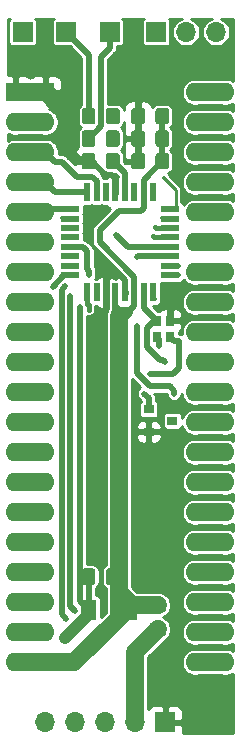
<source format=gbr>
G04 #@! TF.GenerationSoftware,KiCad,Pcbnew,(5.1.5)-3*
G04 #@! TF.CreationDate,2020-06-01T03:43:57-04:00*
G04 #@! TF.ProjectId,6526KernalSwitcher,36353236-4b65-4726-9e61-6c5377697463,rev?*
G04 #@! TF.SameCoordinates,Original*
G04 #@! TF.FileFunction,Copper,L1,Top*
G04 #@! TF.FilePolarity,Positive*
%FSLAX46Y46*%
G04 Gerber Fmt 4.6, Leading zero omitted, Abs format (unit mm)*
G04 Created by KiCad (PCBNEW (5.1.5)-3) date 2020-06-01 03:43:57*
%MOMM*%
%LPD*%
G04 APERTURE LIST*
%ADD10R,0.550000X1.600000*%
%ADD11R,1.600000X0.550000*%
%ADD12O,1.600000X1.600000*%
%ADD13R,1.600000X1.600000*%
%ADD14C,0.100000*%
%ADD15R,1.700000X1.700000*%
%ADD16O,1.700000X1.700000*%
%ADD17R,0.900000X0.800000*%
%ADD18R,0.800000X0.900000*%
%ADD19R,1.300000X1.700000*%
%ADD20C,0.800000*%
%ADD21C,0.350000*%
%ADD22C,1.500000*%
%ADD23C,0.539000*%
%ADD24C,0.250000*%
%ADD25C,1.000000*%
%ADD26C,0.495000*%
%ADD27C,0.439000*%
%ADD28C,0.400000*%
%ADD29C,0.237000*%
G04 APERTURE END LIST*
D10*
X105150000Y-67750000D03*
X105950000Y-67750000D03*
X106750000Y-67750000D03*
X107550000Y-67750000D03*
X108350000Y-67750000D03*
X109150000Y-67750000D03*
X109950000Y-67750000D03*
X110750000Y-67750000D03*
D11*
X112200000Y-66300000D03*
X112200000Y-65500000D03*
X112200000Y-64700000D03*
X112200000Y-63900000D03*
X112200000Y-63100000D03*
X112200000Y-62300000D03*
X112200000Y-61500000D03*
X112200000Y-60700000D03*
D10*
X110750000Y-59250000D03*
X109950000Y-59250000D03*
X109150000Y-59250000D03*
X108350000Y-59250000D03*
X107550000Y-59250000D03*
X106750000Y-59250000D03*
X105950000Y-59250000D03*
X105150000Y-59250000D03*
D11*
X103700000Y-60700000D03*
X103700000Y-61500000D03*
X103700000Y-62300000D03*
X103700000Y-63100000D03*
X103700000Y-63900000D03*
X103700000Y-64700000D03*
X103700000Y-65500000D03*
X103700000Y-66300000D03*
D12*
X116840000Y-50800000D03*
X101600000Y-99060000D03*
X116840000Y-53340000D03*
X101600000Y-96520000D03*
X116840000Y-55880000D03*
X101600000Y-93980000D03*
X116840000Y-58420000D03*
X101600000Y-91440000D03*
X116840000Y-60960000D03*
X101600000Y-88900000D03*
X116840000Y-63500000D03*
X101600000Y-86360000D03*
X116840000Y-66040000D03*
X101600000Y-83820000D03*
X116840000Y-68580000D03*
X101600000Y-81280000D03*
X116840000Y-71120000D03*
X101600000Y-78740000D03*
X116840000Y-73660000D03*
X101600000Y-76200000D03*
X116840000Y-76200000D03*
X101600000Y-73660000D03*
X116840000Y-78740000D03*
X101600000Y-71120000D03*
X116840000Y-81280000D03*
X101600000Y-68580000D03*
X116840000Y-83820000D03*
X101600000Y-66040000D03*
X116840000Y-86360000D03*
X101600000Y-63500000D03*
X116840000Y-88900000D03*
X101600000Y-60960000D03*
X116840000Y-91440000D03*
X101600000Y-58420000D03*
X116840000Y-93980000D03*
X101600000Y-55880000D03*
X116840000Y-96520000D03*
X101600000Y-53340000D03*
X116840000Y-99060000D03*
D13*
X101600000Y-50800000D03*
X99060000Y-50800000D03*
D12*
X114300000Y-99060000D03*
X99060000Y-53340000D03*
X114300000Y-96520000D03*
X99060000Y-55880000D03*
X114300000Y-93980000D03*
X99060000Y-58420000D03*
X114300000Y-91440000D03*
X99060000Y-60960000D03*
X114300000Y-88900000D03*
X99060000Y-63500000D03*
X114300000Y-86360000D03*
X99060000Y-66040000D03*
X114300000Y-83820000D03*
X99060000Y-68580000D03*
X114300000Y-81280000D03*
X99060000Y-71120000D03*
X114300000Y-78740000D03*
X99060000Y-73660000D03*
X114300000Y-76200000D03*
X99060000Y-76200000D03*
X114300000Y-73660000D03*
X99060000Y-78740000D03*
X114300000Y-71120000D03*
X99060000Y-81280000D03*
X114300000Y-68580000D03*
X99060000Y-83820000D03*
X114300000Y-66040000D03*
X99060000Y-86360000D03*
X114300000Y-63500000D03*
X99060000Y-88900000D03*
X114300000Y-60960000D03*
X99060000Y-91440000D03*
X114300000Y-58420000D03*
X99060000Y-93980000D03*
X114300000Y-55880000D03*
X99060000Y-96520000D03*
X114300000Y-53340000D03*
X99060000Y-99060000D03*
X114300000Y-50800000D03*
G04 #@! TA.AperFunction,SMDPad,CuDef*
D14*
G36*
X107673505Y-55943204D02*
G01*
X107697773Y-55946804D01*
X107721572Y-55952765D01*
X107744671Y-55961030D01*
X107766850Y-55971520D01*
X107787893Y-55984132D01*
X107807599Y-55998747D01*
X107825777Y-56015223D01*
X107842253Y-56033401D01*
X107856868Y-56053107D01*
X107869480Y-56074150D01*
X107879970Y-56096329D01*
X107888235Y-56119428D01*
X107894196Y-56143227D01*
X107897796Y-56167495D01*
X107899000Y-56191999D01*
X107899000Y-57092001D01*
X107897796Y-57116505D01*
X107894196Y-57140773D01*
X107888235Y-57164572D01*
X107879970Y-57187671D01*
X107869480Y-57209850D01*
X107856868Y-57230893D01*
X107842253Y-57250599D01*
X107825777Y-57268777D01*
X107807599Y-57285253D01*
X107787893Y-57299868D01*
X107766850Y-57312480D01*
X107744671Y-57322970D01*
X107721572Y-57331235D01*
X107697773Y-57337196D01*
X107673505Y-57340796D01*
X107649001Y-57342000D01*
X106998999Y-57342000D01*
X106974495Y-57340796D01*
X106950227Y-57337196D01*
X106926428Y-57331235D01*
X106903329Y-57322970D01*
X106881150Y-57312480D01*
X106860107Y-57299868D01*
X106840401Y-57285253D01*
X106822223Y-57268777D01*
X106805747Y-57250599D01*
X106791132Y-57230893D01*
X106778520Y-57209850D01*
X106768030Y-57187671D01*
X106759765Y-57164572D01*
X106753804Y-57140773D01*
X106750204Y-57116505D01*
X106749000Y-57092001D01*
X106749000Y-56191999D01*
X106750204Y-56167495D01*
X106753804Y-56143227D01*
X106759765Y-56119428D01*
X106768030Y-56096329D01*
X106778520Y-56074150D01*
X106791132Y-56053107D01*
X106805747Y-56033401D01*
X106822223Y-56015223D01*
X106840401Y-55998747D01*
X106860107Y-55984132D01*
X106881150Y-55971520D01*
X106903329Y-55961030D01*
X106926428Y-55952765D01*
X106950227Y-55946804D01*
X106974495Y-55943204D01*
X106998999Y-55942000D01*
X107649001Y-55942000D01*
X107673505Y-55943204D01*
G37*
G04 #@! TD.AperFunction*
G04 #@! TA.AperFunction,SMDPad,CuDef*
G36*
X105623505Y-55943204D02*
G01*
X105647773Y-55946804D01*
X105671572Y-55952765D01*
X105694671Y-55961030D01*
X105716850Y-55971520D01*
X105737893Y-55984132D01*
X105757599Y-55998747D01*
X105775777Y-56015223D01*
X105792253Y-56033401D01*
X105806868Y-56053107D01*
X105819480Y-56074150D01*
X105829970Y-56096329D01*
X105838235Y-56119428D01*
X105844196Y-56143227D01*
X105847796Y-56167495D01*
X105849000Y-56191999D01*
X105849000Y-57092001D01*
X105847796Y-57116505D01*
X105844196Y-57140773D01*
X105838235Y-57164572D01*
X105829970Y-57187671D01*
X105819480Y-57209850D01*
X105806868Y-57230893D01*
X105792253Y-57250599D01*
X105775777Y-57268777D01*
X105757599Y-57285253D01*
X105737893Y-57299868D01*
X105716850Y-57312480D01*
X105694671Y-57322970D01*
X105671572Y-57331235D01*
X105647773Y-57337196D01*
X105623505Y-57340796D01*
X105599001Y-57342000D01*
X104948999Y-57342000D01*
X104924495Y-57340796D01*
X104900227Y-57337196D01*
X104876428Y-57331235D01*
X104853329Y-57322970D01*
X104831150Y-57312480D01*
X104810107Y-57299868D01*
X104790401Y-57285253D01*
X104772223Y-57268777D01*
X104755747Y-57250599D01*
X104741132Y-57230893D01*
X104728520Y-57209850D01*
X104718030Y-57187671D01*
X104709765Y-57164572D01*
X104703804Y-57140773D01*
X104700204Y-57116505D01*
X104699000Y-57092001D01*
X104699000Y-56191999D01*
X104700204Y-56167495D01*
X104703804Y-56143227D01*
X104709765Y-56119428D01*
X104718030Y-56096329D01*
X104728520Y-56074150D01*
X104741132Y-56053107D01*
X104755747Y-56033401D01*
X104772223Y-56015223D01*
X104790401Y-55998747D01*
X104810107Y-55984132D01*
X104831150Y-55971520D01*
X104853329Y-55961030D01*
X104876428Y-55952765D01*
X104900227Y-55946804D01*
X104924495Y-55943204D01*
X104948999Y-55942000D01*
X105599001Y-55942000D01*
X105623505Y-55943204D01*
G37*
G04 #@! TD.AperFunction*
G04 #@! TA.AperFunction,SMDPad,CuDef*
G36*
X109814505Y-52133204D02*
G01*
X109838773Y-52136804D01*
X109862572Y-52142765D01*
X109885671Y-52151030D01*
X109907850Y-52161520D01*
X109928893Y-52174132D01*
X109948599Y-52188747D01*
X109966777Y-52205223D01*
X109983253Y-52223401D01*
X109997868Y-52243107D01*
X110010480Y-52264150D01*
X110020970Y-52286329D01*
X110029235Y-52309428D01*
X110035196Y-52333227D01*
X110038796Y-52357495D01*
X110040000Y-52381999D01*
X110040000Y-53282001D01*
X110038796Y-53306505D01*
X110035196Y-53330773D01*
X110029235Y-53354572D01*
X110020970Y-53377671D01*
X110010480Y-53399850D01*
X109997868Y-53420893D01*
X109983253Y-53440599D01*
X109966777Y-53458777D01*
X109948599Y-53475253D01*
X109928893Y-53489868D01*
X109907850Y-53502480D01*
X109885671Y-53512970D01*
X109862572Y-53521235D01*
X109838773Y-53527196D01*
X109814505Y-53530796D01*
X109790001Y-53532000D01*
X109139999Y-53532000D01*
X109115495Y-53530796D01*
X109091227Y-53527196D01*
X109067428Y-53521235D01*
X109044329Y-53512970D01*
X109022150Y-53502480D01*
X109001107Y-53489868D01*
X108981401Y-53475253D01*
X108963223Y-53458777D01*
X108946747Y-53440599D01*
X108932132Y-53420893D01*
X108919520Y-53399850D01*
X108909030Y-53377671D01*
X108900765Y-53354572D01*
X108894804Y-53330773D01*
X108891204Y-53306505D01*
X108890000Y-53282001D01*
X108890000Y-52381999D01*
X108891204Y-52357495D01*
X108894804Y-52333227D01*
X108900765Y-52309428D01*
X108909030Y-52286329D01*
X108919520Y-52264150D01*
X108932132Y-52243107D01*
X108946747Y-52223401D01*
X108963223Y-52205223D01*
X108981401Y-52188747D01*
X109001107Y-52174132D01*
X109022150Y-52161520D01*
X109044329Y-52151030D01*
X109067428Y-52142765D01*
X109091227Y-52136804D01*
X109115495Y-52133204D01*
X109139999Y-52132000D01*
X109790001Y-52132000D01*
X109814505Y-52133204D01*
G37*
G04 #@! TD.AperFunction*
G04 #@! TA.AperFunction,SMDPad,CuDef*
G36*
X111864505Y-52133204D02*
G01*
X111888773Y-52136804D01*
X111912572Y-52142765D01*
X111935671Y-52151030D01*
X111957850Y-52161520D01*
X111978893Y-52174132D01*
X111998599Y-52188747D01*
X112016777Y-52205223D01*
X112033253Y-52223401D01*
X112047868Y-52243107D01*
X112060480Y-52264150D01*
X112070970Y-52286329D01*
X112079235Y-52309428D01*
X112085196Y-52333227D01*
X112088796Y-52357495D01*
X112090000Y-52381999D01*
X112090000Y-53282001D01*
X112088796Y-53306505D01*
X112085196Y-53330773D01*
X112079235Y-53354572D01*
X112070970Y-53377671D01*
X112060480Y-53399850D01*
X112047868Y-53420893D01*
X112033253Y-53440599D01*
X112016777Y-53458777D01*
X111998599Y-53475253D01*
X111978893Y-53489868D01*
X111957850Y-53502480D01*
X111935671Y-53512970D01*
X111912572Y-53521235D01*
X111888773Y-53527196D01*
X111864505Y-53530796D01*
X111840001Y-53532000D01*
X111189999Y-53532000D01*
X111165495Y-53530796D01*
X111141227Y-53527196D01*
X111117428Y-53521235D01*
X111094329Y-53512970D01*
X111072150Y-53502480D01*
X111051107Y-53489868D01*
X111031401Y-53475253D01*
X111013223Y-53458777D01*
X110996747Y-53440599D01*
X110982132Y-53420893D01*
X110969520Y-53399850D01*
X110959030Y-53377671D01*
X110950765Y-53354572D01*
X110944804Y-53330773D01*
X110941204Y-53306505D01*
X110940000Y-53282001D01*
X110940000Y-52381999D01*
X110941204Y-52357495D01*
X110944804Y-52333227D01*
X110950765Y-52309428D01*
X110959030Y-52286329D01*
X110969520Y-52264150D01*
X110982132Y-52243107D01*
X110996747Y-52223401D01*
X111013223Y-52205223D01*
X111031401Y-52188747D01*
X111051107Y-52174132D01*
X111072150Y-52161520D01*
X111094329Y-52151030D01*
X111117428Y-52142765D01*
X111141227Y-52136804D01*
X111165495Y-52133204D01*
X111189999Y-52132000D01*
X111840001Y-52132000D01*
X111864505Y-52133204D01*
G37*
G04 #@! TD.AperFunction*
G04 #@! TA.AperFunction,SMDPad,CuDef*
G36*
X111864505Y-54038204D02*
G01*
X111888773Y-54041804D01*
X111912572Y-54047765D01*
X111935671Y-54056030D01*
X111957850Y-54066520D01*
X111978893Y-54079132D01*
X111998599Y-54093747D01*
X112016777Y-54110223D01*
X112033253Y-54128401D01*
X112047868Y-54148107D01*
X112060480Y-54169150D01*
X112070970Y-54191329D01*
X112079235Y-54214428D01*
X112085196Y-54238227D01*
X112088796Y-54262495D01*
X112090000Y-54286999D01*
X112090000Y-55187001D01*
X112088796Y-55211505D01*
X112085196Y-55235773D01*
X112079235Y-55259572D01*
X112070970Y-55282671D01*
X112060480Y-55304850D01*
X112047868Y-55325893D01*
X112033253Y-55345599D01*
X112016777Y-55363777D01*
X111998599Y-55380253D01*
X111978893Y-55394868D01*
X111957850Y-55407480D01*
X111935671Y-55417970D01*
X111912572Y-55426235D01*
X111888773Y-55432196D01*
X111864505Y-55435796D01*
X111840001Y-55437000D01*
X111189999Y-55437000D01*
X111165495Y-55435796D01*
X111141227Y-55432196D01*
X111117428Y-55426235D01*
X111094329Y-55417970D01*
X111072150Y-55407480D01*
X111051107Y-55394868D01*
X111031401Y-55380253D01*
X111013223Y-55363777D01*
X110996747Y-55345599D01*
X110982132Y-55325893D01*
X110969520Y-55304850D01*
X110959030Y-55282671D01*
X110950765Y-55259572D01*
X110944804Y-55235773D01*
X110941204Y-55211505D01*
X110940000Y-55187001D01*
X110940000Y-54286999D01*
X110941204Y-54262495D01*
X110944804Y-54238227D01*
X110950765Y-54214428D01*
X110959030Y-54191329D01*
X110969520Y-54169150D01*
X110982132Y-54148107D01*
X110996747Y-54128401D01*
X111013223Y-54110223D01*
X111031401Y-54093747D01*
X111051107Y-54079132D01*
X111072150Y-54066520D01*
X111094329Y-54056030D01*
X111117428Y-54047765D01*
X111141227Y-54041804D01*
X111165495Y-54038204D01*
X111189999Y-54037000D01*
X111840001Y-54037000D01*
X111864505Y-54038204D01*
G37*
G04 #@! TD.AperFunction*
G04 #@! TA.AperFunction,SMDPad,CuDef*
G36*
X109814505Y-54038204D02*
G01*
X109838773Y-54041804D01*
X109862572Y-54047765D01*
X109885671Y-54056030D01*
X109907850Y-54066520D01*
X109928893Y-54079132D01*
X109948599Y-54093747D01*
X109966777Y-54110223D01*
X109983253Y-54128401D01*
X109997868Y-54148107D01*
X110010480Y-54169150D01*
X110020970Y-54191329D01*
X110029235Y-54214428D01*
X110035196Y-54238227D01*
X110038796Y-54262495D01*
X110040000Y-54286999D01*
X110040000Y-55187001D01*
X110038796Y-55211505D01*
X110035196Y-55235773D01*
X110029235Y-55259572D01*
X110020970Y-55282671D01*
X110010480Y-55304850D01*
X109997868Y-55325893D01*
X109983253Y-55345599D01*
X109966777Y-55363777D01*
X109948599Y-55380253D01*
X109928893Y-55394868D01*
X109907850Y-55407480D01*
X109885671Y-55417970D01*
X109862572Y-55426235D01*
X109838773Y-55432196D01*
X109814505Y-55435796D01*
X109790001Y-55437000D01*
X109139999Y-55437000D01*
X109115495Y-55435796D01*
X109091227Y-55432196D01*
X109067428Y-55426235D01*
X109044329Y-55417970D01*
X109022150Y-55407480D01*
X109001107Y-55394868D01*
X108981401Y-55380253D01*
X108963223Y-55363777D01*
X108946747Y-55345599D01*
X108932132Y-55325893D01*
X108919520Y-55304850D01*
X108909030Y-55282671D01*
X108900765Y-55259572D01*
X108894804Y-55235773D01*
X108891204Y-55211505D01*
X108890000Y-55187001D01*
X108890000Y-54286999D01*
X108891204Y-54262495D01*
X108894804Y-54238227D01*
X108900765Y-54214428D01*
X108909030Y-54191329D01*
X108919520Y-54169150D01*
X108932132Y-54148107D01*
X108946747Y-54128401D01*
X108963223Y-54110223D01*
X108981401Y-54093747D01*
X109001107Y-54079132D01*
X109022150Y-54066520D01*
X109044329Y-54056030D01*
X109067428Y-54047765D01*
X109091227Y-54041804D01*
X109115495Y-54038204D01*
X109139999Y-54037000D01*
X109790001Y-54037000D01*
X109814505Y-54038204D01*
G37*
G04 #@! TD.AperFunction*
G04 #@! TA.AperFunction,SMDPad,CuDef*
G36*
X109814505Y-55943204D02*
G01*
X109838773Y-55946804D01*
X109862572Y-55952765D01*
X109885671Y-55961030D01*
X109907850Y-55971520D01*
X109928893Y-55984132D01*
X109948599Y-55998747D01*
X109966777Y-56015223D01*
X109983253Y-56033401D01*
X109997868Y-56053107D01*
X110010480Y-56074150D01*
X110020970Y-56096329D01*
X110029235Y-56119428D01*
X110035196Y-56143227D01*
X110038796Y-56167495D01*
X110040000Y-56191999D01*
X110040000Y-57092001D01*
X110038796Y-57116505D01*
X110035196Y-57140773D01*
X110029235Y-57164572D01*
X110020970Y-57187671D01*
X110010480Y-57209850D01*
X109997868Y-57230893D01*
X109983253Y-57250599D01*
X109966777Y-57268777D01*
X109948599Y-57285253D01*
X109928893Y-57299868D01*
X109907850Y-57312480D01*
X109885671Y-57322970D01*
X109862572Y-57331235D01*
X109838773Y-57337196D01*
X109814505Y-57340796D01*
X109790001Y-57342000D01*
X109139999Y-57342000D01*
X109115495Y-57340796D01*
X109091227Y-57337196D01*
X109067428Y-57331235D01*
X109044329Y-57322970D01*
X109022150Y-57312480D01*
X109001107Y-57299868D01*
X108981401Y-57285253D01*
X108963223Y-57268777D01*
X108946747Y-57250599D01*
X108932132Y-57230893D01*
X108919520Y-57209850D01*
X108909030Y-57187671D01*
X108900765Y-57164572D01*
X108894804Y-57140773D01*
X108891204Y-57116505D01*
X108890000Y-57092001D01*
X108890000Y-56191999D01*
X108891204Y-56167495D01*
X108894804Y-56143227D01*
X108900765Y-56119428D01*
X108909030Y-56096329D01*
X108919520Y-56074150D01*
X108932132Y-56053107D01*
X108946747Y-56033401D01*
X108963223Y-56015223D01*
X108981401Y-55998747D01*
X109001107Y-55984132D01*
X109022150Y-55971520D01*
X109044329Y-55961030D01*
X109067428Y-55952765D01*
X109091227Y-55946804D01*
X109115495Y-55943204D01*
X109139999Y-55942000D01*
X109790001Y-55942000D01*
X109814505Y-55943204D01*
G37*
G04 #@! TD.AperFunction*
G04 #@! TA.AperFunction,SMDPad,CuDef*
G36*
X111864505Y-55943204D02*
G01*
X111888773Y-55946804D01*
X111912572Y-55952765D01*
X111935671Y-55961030D01*
X111957850Y-55971520D01*
X111978893Y-55984132D01*
X111998599Y-55998747D01*
X112016777Y-56015223D01*
X112033253Y-56033401D01*
X112047868Y-56053107D01*
X112060480Y-56074150D01*
X112070970Y-56096329D01*
X112079235Y-56119428D01*
X112085196Y-56143227D01*
X112088796Y-56167495D01*
X112090000Y-56191999D01*
X112090000Y-57092001D01*
X112088796Y-57116505D01*
X112085196Y-57140773D01*
X112079235Y-57164572D01*
X112070970Y-57187671D01*
X112060480Y-57209850D01*
X112047868Y-57230893D01*
X112033253Y-57250599D01*
X112016777Y-57268777D01*
X111998599Y-57285253D01*
X111978893Y-57299868D01*
X111957850Y-57312480D01*
X111935671Y-57322970D01*
X111912572Y-57331235D01*
X111888773Y-57337196D01*
X111864505Y-57340796D01*
X111840001Y-57342000D01*
X111189999Y-57342000D01*
X111165495Y-57340796D01*
X111141227Y-57337196D01*
X111117428Y-57331235D01*
X111094329Y-57322970D01*
X111072150Y-57312480D01*
X111051107Y-57299868D01*
X111031401Y-57285253D01*
X111013223Y-57268777D01*
X110996747Y-57250599D01*
X110982132Y-57230893D01*
X110969520Y-57209850D01*
X110959030Y-57187671D01*
X110950765Y-57164572D01*
X110944804Y-57140773D01*
X110941204Y-57116505D01*
X110940000Y-57092001D01*
X110940000Y-56191999D01*
X110941204Y-56167495D01*
X110944804Y-56143227D01*
X110950765Y-56119428D01*
X110959030Y-56096329D01*
X110969520Y-56074150D01*
X110982132Y-56053107D01*
X110996747Y-56033401D01*
X111013223Y-56015223D01*
X111031401Y-55998747D01*
X111051107Y-55984132D01*
X111072150Y-55971520D01*
X111094329Y-55961030D01*
X111117428Y-55952765D01*
X111141227Y-55946804D01*
X111165495Y-55943204D01*
X111189999Y-55942000D01*
X111840001Y-55942000D01*
X111864505Y-55943204D01*
G37*
G04 #@! TD.AperFunction*
D15*
X103378000Y-45720000D03*
X111760000Y-104140000D03*
D16*
X109220000Y-104140000D03*
X106680000Y-104140000D03*
X104140000Y-104140000D03*
X101600000Y-104140000D03*
D15*
X110998000Y-45720000D03*
D16*
X113538000Y-45720000D03*
X116078000Y-45720000D03*
D15*
X107061000Y-45720000D03*
X99695000Y-45720000D03*
D17*
X110379000Y-77663000D03*
X110379000Y-79563000D03*
X112379000Y-78613000D03*
G04 #@! TA.AperFunction,SMDPad,CuDef*
D14*
G36*
X107682505Y-52133204D02*
G01*
X107706773Y-52136804D01*
X107730572Y-52142765D01*
X107753671Y-52151030D01*
X107775850Y-52161520D01*
X107796893Y-52174132D01*
X107816599Y-52188747D01*
X107834777Y-52205223D01*
X107851253Y-52223401D01*
X107865868Y-52243107D01*
X107878480Y-52264150D01*
X107888970Y-52286329D01*
X107897235Y-52309428D01*
X107903196Y-52333227D01*
X107906796Y-52357495D01*
X107908000Y-52381999D01*
X107908000Y-53282001D01*
X107906796Y-53306505D01*
X107903196Y-53330773D01*
X107897235Y-53354572D01*
X107888970Y-53377671D01*
X107878480Y-53399850D01*
X107865868Y-53420893D01*
X107851253Y-53440599D01*
X107834777Y-53458777D01*
X107816599Y-53475253D01*
X107796893Y-53489868D01*
X107775850Y-53502480D01*
X107753671Y-53512970D01*
X107730572Y-53521235D01*
X107706773Y-53527196D01*
X107682505Y-53530796D01*
X107658001Y-53532000D01*
X107007999Y-53532000D01*
X106983495Y-53530796D01*
X106959227Y-53527196D01*
X106935428Y-53521235D01*
X106912329Y-53512970D01*
X106890150Y-53502480D01*
X106869107Y-53489868D01*
X106849401Y-53475253D01*
X106831223Y-53458777D01*
X106814747Y-53440599D01*
X106800132Y-53420893D01*
X106787520Y-53399850D01*
X106777030Y-53377671D01*
X106768765Y-53354572D01*
X106762804Y-53330773D01*
X106759204Y-53306505D01*
X106758000Y-53282001D01*
X106758000Y-52381999D01*
X106759204Y-52357495D01*
X106762804Y-52333227D01*
X106768765Y-52309428D01*
X106777030Y-52286329D01*
X106787520Y-52264150D01*
X106800132Y-52243107D01*
X106814747Y-52223401D01*
X106831223Y-52205223D01*
X106849401Y-52188747D01*
X106869107Y-52174132D01*
X106890150Y-52161520D01*
X106912329Y-52151030D01*
X106935428Y-52142765D01*
X106959227Y-52136804D01*
X106983495Y-52133204D01*
X107007999Y-52132000D01*
X107658001Y-52132000D01*
X107682505Y-52133204D01*
G37*
G04 #@! TD.AperFunction*
G04 #@! TA.AperFunction,SMDPad,CuDef*
G36*
X105632505Y-52133204D02*
G01*
X105656773Y-52136804D01*
X105680572Y-52142765D01*
X105703671Y-52151030D01*
X105725850Y-52161520D01*
X105746893Y-52174132D01*
X105766599Y-52188747D01*
X105784777Y-52205223D01*
X105801253Y-52223401D01*
X105815868Y-52243107D01*
X105828480Y-52264150D01*
X105838970Y-52286329D01*
X105847235Y-52309428D01*
X105853196Y-52333227D01*
X105856796Y-52357495D01*
X105858000Y-52381999D01*
X105858000Y-53282001D01*
X105856796Y-53306505D01*
X105853196Y-53330773D01*
X105847235Y-53354572D01*
X105838970Y-53377671D01*
X105828480Y-53399850D01*
X105815868Y-53420893D01*
X105801253Y-53440599D01*
X105784777Y-53458777D01*
X105766599Y-53475253D01*
X105746893Y-53489868D01*
X105725850Y-53502480D01*
X105703671Y-53512970D01*
X105680572Y-53521235D01*
X105656773Y-53527196D01*
X105632505Y-53530796D01*
X105608001Y-53532000D01*
X104957999Y-53532000D01*
X104933495Y-53530796D01*
X104909227Y-53527196D01*
X104885428Y-53521235D01*
X104862329Y-53512970D01*
X104840150Y-53502480D01*
X104819107Y-53489868D01*
X104799401Y-53475253D01*
X104781223Y-53458777D01*
X104764747Y-53440599D01*
X104750132Y-53420893D01*
X104737520Y-53399850D01*
X104727030Y-53377671D01*
X104718765Y-53354572D01*
X104712804Y-53330773D01*
X104709204Y-53306505D01*
X104708000Y-53282001D01*
X104708000Y-52381999D01*
X104709204Y-52357495D01*
X104712804Y-52333227D01*
X104718765Y-52309428D01*
X104727030Y-52286329D01*
X104737520Y-52264150D01*
X104750132Y-52243107D01*
X104764747Y-52223401D01*
X104781223Y-52205223D01*
X104799401Y-52188747D01*
X104819107Y-52174132D01*
X104840150Y-52161520D01*
X104862329Y-52151030D01*
X104885428Y-52142765D01*
X104909227Y-52136804D01*
X104933495Y-52133204D01*
X104957999Y-52132000D01*
X105608001Y-52132000D01*
X105632505Y-52133204D01*
G37*
G04 #@! TD.AperFunction*
G04 #@! TA.AperFunction,SMDPad,CuDef*
G36*
X105623505Y-54038204D02*
G01*
X105647773Y-54041804D01*
X105671572Y-54047765D01*
X105694671Y-54056030D01*
X105716850Y-54066520D01*
X105737893Y-54079132D01*
X105757599Y-54093747D01*
X105775777Y-54110223D01*
X105792253Y-54128401D01*
X105806868Y-54148107D01*
X105819480Y-54169150D01*
X105829970Y-54191329D01*
X105838235Y-54214428D01*
X105844196Y-54238227D01*
X105847796Y-54262495D01*
X105849000Y-54286999D01*
X105849000Y-55187001D01*
X105847796Y-55211505D01*
X105844196Y-55235773D01*
X105838235Y-55259572D01*
X105829970Y-55282671D01*
X105819480Y-55304850D01*
X105806868Y-55325893D01*
X105792253Y-55345599D01*
X105775777Y-55363777D01*
X105757599Y-55380253D01*
X105737893Y-55394868D01*
X105716850Y-55407480D01*
X105694671Y-55417970D01*
X105671572Y-55426235D01*
X105647773Y-55432196D01*
X105623505Y-55435796D01*
X105599001Y-55437000D01*
X104948999Y-55437000D01*
X104924495Y-55435796D01*
X104900227Y-55432196D01*
X104876428Y-55426235D01*
X104853329Y-55417970D01*
X104831150Y-55407480D01*
X104810107Y-55394868D01*
X104790401Y-55380253D01*
X104772223Y-55363777D01*
X104755747Y-55345599D01*
X104741132Y-55325893D01*
X104728520Y-55304850D01*
X104718030Y-55282671D01*
X104709765Y-55259572D01*
X104703804Y-55235773D01*
X104700204Y-55211505D01*
X104699000Y-55187001D01*
X104699000Y-54286999D01*
X104700204Y-54262495D01*
X104703804Y-54238227D01*
X104709765Y-54214428D01*
X104718030Y-54191329D01*
X104728520Y-54169150D01*
X104741132Y-54148107D01*
X104755747Y-54128401D01*
X104772223Y-54110223D01*
X104790401Y-54093747D01*
X104810107Y-54079132D01*
X104831150Y-54066520D01*
X104853329Y-54056030D01*
X104876428Y-54047765D01*
X104900227Y-54041804D01*
X104924495Y-54038204D01*
X104948999Y-54037000D01*
X105599001Y-54037000D01*
X105623505Y-54038204D01*
G37*
G04 #@! TD.AperFunction*
G04 #@! TA.AperFunction,SMDPad,CuDef*
G36*
X107673505Y-54038204D02*
G01*
X107697773Y-54041804D01*
X107721572Y-54047765D01*
X107744671Y-54056030D01*
X107766850Y-54066520D01*
X107787893Y-54079132D01*
X107807599Y-54093747D01*
X107825777Y-54110223D01*
X107842253Y-54128401D01*
X107856868Y-54148107D01*
X107869480Y-54169150D01*
X107879970Y-54191329D01*
X107888235Y-54214428D01*
X107894196Y-54238227D01*
X107897796Y-54262495D01*
X107899000Y-54286999D01*
X107899000Y-55187001D01*
X107897796Y-55211505D01*
X107894196Y-55235773D01*
X107888235Y-55259572D01*
X107879970Y-55282671D01*
X107869480Y-55304850D01*
X107856868Y-55325893D01*
X107842253Y-55345599D01*
X107825777Y-55363777D01*
X107807599Y-55380253D01*
X107787893Y-55394868D01*
X107766850Y-55407480D01*
X107744671Y-55417970D01*
X107721572Y-55426235D01*
X107697773Y-55432196D01*
X107673505Y-55435796D01*
X107649001Y-55437000D01*
X106998999Y-55437000D01*
X106974495Y-55435796D01*
X106950227Y-55432196D01*
X106926428Y-55426235D01*
X106903329Y-55417970D01*
X106881150Y-55407480D01*
X106860107Y-55394868D01*
X106840401Y-55380253D01*
X106822223Y-55363777D01*
X106805747Y-55345599D01*
X106791132Y-55325893D01*
X106778520Y-55304850D01*
X106768030Y-55282671D01*
X106759765Y-55259572D01*
X106753804Y-55235773D01*
X106750204Y-55211505D01*
X106749000Y-55187001D01*
X106749000Y-54286999D01*
X106750204Y-54262495D01*
X106753804Y-54238227D01*
X106759765Y-54214428D01*
X106768030Y-54191329D01*
X106778520Y-54169150D01*
X106791132Y-54148107D01*
X106805747Y-54128401D01*
X106822223Y-54110223D01*
X106840401Y-54093747D01*
X106860107Y-54079132D01*
X106881150Y-54066520D01*
X106903329Y-54056030D01*
X106926428Y-54047765D01*
X106950227Y-54041804D01*
X106974495Y-54038204D01*
X106998999Y-54037000D01*
X107649001Y-54037000D01*
X107673505Y-54038204D01*
G37*
G04 #@! TD.AperFunction*
D18*
X111083000Y-70166000D03*
X111083000Y-71566000D03*
X112183000Y-71566000D03*
X112183000Y-70166000D03*
G04 #@! TA.AperFunction,SMDPad,CuDef*
D14*
G36*
X107673505Y-91122204D02*
G01*
X107697773Y-91125804D01*
X107721572Y-91131765D01*
X107744671Y-91140030D01*
X107766850Y-91150520D01*
X107787893Y-91163132D01*
X107807599Y-91177747D01*
X107825777Y-91194223D01*
X107842253Y-91212401D01*
X107856868Y-91232107D01*
X107869480Y-91253150D01*
X107879970Y-91275329D01*
X107888235Y-91298428D01*
X107894196Y-91322227D01*
X107897796Y-91346495D01*
X107899000Y-91370999D01*
X107899000Y-92271001D01*
X107897796Y-92295505D01*
X107894196Y-92319773D01*
X107888235Y-92343572D01*
X107879970Y-92366671D01*
X107869480Y-92388850D01*
X107856868Y-92409893D01*
X107842253Y-92429599D01*
X107825777Y-92447777D01*
X107807599Y-92464253D01*
X107787893Y-92478868D01*
X107766850Y-92491480D01*
X107744671Y-92501970D01*
X107721572Y-92510235D01*
X107697773Y-92516196D01*
X107673505Y-92519796D01*
X107649001Y-92521000D01*
X106998999Y-92521000D01*
X106974495Y-92519796D01*
X106950227Y-92516196D01*
X106926428Y-92510235D01*
X106903329Y-92501970D01*
X106881150Y-92491480D01*
X106860107Y-92478868D01*
X106840401Y-92464253D01*
X106822223Y-92447777D01*
X106805747Y-92429599D01*
X106791132Y-92409893D01*
X106778520Y-92388850D01*
X106768030Y-92366671D01*
X106759765Y-92343572D01*
X106753804Y-92319773D01*
X106750204Y-92295505D01*
X106749000Y-92271001D01*
X106749000Y-91370999D01*
X106750204Y-91346495D01*
X106753804Y-91322227D01*
X106759765Y-91298428D01*
X106768030Y-91275329D01*
X106778520Y-91253150D01*
X106791132Y-91232107D01*
X106805747Y-91212401D01*
X106822223Y-91194223D01*
X106840401Y-91177747D01*
X106860107Y-91163132D01*
X106881150Y-91150520D01*
X106903329Y-91140030D01*
X106926428Y-91131765D01*
X106950227Y-91125804D01*
X106974495Y-91122204D01*
X106998999Y-91121000D01*
X107649001Y-91121000D01*
X107673505Y-91122204D01*
G37*
G04 #@! TD.AperFunction*
G04 #@! TA.AperFunction,SMDPad,CuDef*
G36*
X105623505Y-91122204D02*
G01*
X105647773Y-91125804D01*
X105671572Y-91131765D01*
X105694671Y-91140030D01*
X105716850Y-91150520D01*
X105737893Y-91163132D01*
X105757599Y-91177747D01*
X105775777Y-91194223D01*
X105792253Y-91212401D01*
X105806868Y-91232107D01*
X105819480Y-91253150D01*
X105829970Y-91275329D01*
X105838235Y-91298428D01*
X105844196Y-91322227D01*
X105847796Y-91346495D01*
X105849000Y-91370999D01*
X105849000Y-92271001D01*
X105847796Y-92295505D01*
X105844196Y-92319773D01*
X105838235Y-92343572D01*
X105829970Y-92366671D01*
X105819480Y-92388850D01*
X105806868Y-92409893D01*
X105792253Y-92429599D01*
X105775777Y-92447777D01*
X105757599Y-92464253D01*
X105737893Y-92478868D01*
X105716850Y-92491480D01*
X105694671Y-92501970D01*
X105671572Y-92510235D01*
X105647773Y-92516196D01*
X105623505Y-92519796D01*
X105599001Y-92521000D01*
X104948999Y-92521000D01*
X104924495Y-92519796D01*
X104900227Y-92516196D01*
X104876428Y-92510235D01*
X104853329Y-92501970D01*
X104831150Y-92491480D01*
X104810107Y-92478868D01*
X104790401Y-92464253D01*
X104772223Y-92447777D01*
X104755747Y-92429599D01*
X104741132Y-92409893D01*
X104728520Y-92388850D01*
X104718030Y-92366671D01*
X104709765Y-92343572D01*
X104703804Y-92319773D01*
X104700204Y-92295505D01*
X104699000Y-92271001D01*
X104699000Y-91370999D01*
X104700204Y-91346495D01*
X104703804Y-91322227D01*
X104709765Y-91298428D01*
X104718030Y-91275329D01*
X104728520Y-91253150D01*
X104741132Y-91232107D01*
X104755747Y-91212401D01*
X104772223Y-91194223D01*
X104790401Y-91177747D01*
X104810107Y-91163132D01*
X104831150Y-91150520D01*
X104853329Y-91140030D01*
X104876428Y-91131765D01*
X104900227Y-91125804D01*
X104924495Y-91122204D01*
X104948999Y-91121000D01*
X105599001Y-91121000D01*
X105623505Y-91122204D01*
G37*
G04 #@! TD.AperFunction*
G04 #@! TA.AperFunction,SMDPad,CuDef*
G36*
X111599505Y-95701204D02*
G01*
X111623773Y-95704804D01*
X111647572Y-95710765D01*
X111670671Y-95719030D01*
X111692850Y-95729520D01*
X111713893Y-95742132D01*
X111733599Y-95756747D01*
X111751777Y-95773223D01*
X111768253Y-95791401D01*
X111782868Y-95811107D01*
X111795480Y-95832150D01*
X111805970Y-95854329D01*
X111814235Y-95877428D01*
X111820196Y-95901227D01*
X111823796Y-95925495D01*
X111825000Y-95949999D01*
X111825000Y-96600001D01*
X111823796Y-96624505D01*
X111820196Y-96648773D01*
X111814235Y-96672572D01*
X111805970Y-96695671D01*
X111795480Y-96717850D01*
X111782868Y-96738893D01*
X111768253Y-96758599D01*
X111751777Y-96776777D01*
X111733599Y-96793253D01*
X111713893Y-96807868D01*
X111692850Y-96820480D01*
X111670671Y-96830970D01*
X111647572Y-96839235D01*
X111623773Y-96845196D01*
X111599505Y-96848796D01*
X111575001Y-96850000D01*
X110674999Y-96850000D01*
X110650495Y-96848796D01*
X110626227Y-96845196D01*
X110602428Y-96839235D01*
X110579329Y-96830970D01*
X110557150Y-96820480D01*
X110536107Y-96807868D01*
X110516401Y-96793253D01*
X110498223Y-96776777D01*
X110481747Y-96758599D01*
X110467132Y-96738893D01*
X110454520Y-96717850D01*
X110444030Y-96695671D01*
X110435765Y-96672572D01*
X110429804Y-96648773D01*
X110426204Y-96624505D01*
X110425000Y-96600001D01*
X110425000Y-95949999D01*
X110426204Y-95925495D01*
X110429804Y-95901227D01*
X110435765Y-95877428D01*
X110444030Y-95854329D01*
X110454520Y-95832150D01*
X110467132Y-95811107D01*
X110481747Y-95791401D01*
X110498223Y-95773223D01*
X110516401Y-95756747D01*
X110536107Y-95742132D01*
X110557150Y-95729520D01*
X110579329Y-95719030D01*
X110602428Y-95710765D01*
X110626227Y-95704804D01*
X110650495Y-95701204D01*
X110674999Y-95700000D01*
X111575001Y-95700000D01*
X111599505Y-95701204D01*
G37*
G04 #@! TD.AperFunction*
G04 #@! TA.AperFunction,SMDPad,CuDef*
G36*
X111599505Y-93651204D02*
G01*
X111623773Y-93654804D01*
X111647572Y-93660765D01*
X111670671Y-93669030D01*
X111692850Y-93679520D01*
X111713893Y-93692132D01*
X111733599Y-93706747D01*
X111751777Y-93723223D01*
X111768253Y-93741401D01*
X111782868Y-93761107D01*
X111795480Y-93782150D01*
X111805970Y-93804329D01*
X111814235Y-93827428D01*
X111820196Y-93851227D01*
X111823796Y-93875495D01*
X111825000Y-93899999D01*
X111825000Y-94550001D01*
X111823796Y-94574505D01*
X111820196Y-94598773D01*
X111814235Y-94622572D01*
X111805970Y-94645671D01*
X111795480Y-94667850D01*
X111782868Y-94688893D01*
X111768253Y-94708599D01*
X111751777Y-94726777D01*
X111733599Y-94743253D01*
X111713893Y-94757868D01*
X111692850Y-94770480D01*
X111670671Y-94780970D01*
X111647572Y-94789235D01*
X111623773Y-94795196D01*
X111599505Y-94798796D01*
X111575001Y-94800000D01*
X110674999Y-94800000D01*
X110650495Y-94798796D01*
X110626227Y-94795196D01*
X110602428Y-94789235D01*
X110579329Y-94780970D01*
X110557150Y-94770480D01*
X110536107Y-94757868D01*
X110516401Y-94743253D01*
X110498223Y-94726777D01*
X110481747Y-94708599D01*
X110467132Y-94688893D01*
X110454520Y-94667850D01*
X110444030Y-94645671D01*
X110435765Y-94622572D01*
X110429804Y-94598773D01*
X110426204Y-94574505D01*
X110425000Y-94550001D01*
X110425000Y-93899999D01*
X110426204Y-93875495D01*
X110429804Y-93851227D01*
X110435765Y-93827428D01*
X110444030Y-93804329D01*
X110454520Y-93782150D01*
X110467132Y-93761107D01*
X110481747Y-93741401D01*
X110498223Y-93723223D01*
X110516401Y-93706747D01*
X110536107Y-93692132D01*
X110557150Y-93679520D01*
X110579329Y-93669030D01*
X110602428Y-93660765D01*
X110626227Y-93654804D01*
X110650495Y-93651204D01*
X110674999Y-93650000D01*
X111575001Y-93650000D01*
X111599505Y-93651204D01*
G37*
G04 #@! TD.AperFunction*
D19*
X108811000Y-94615000D03*
X105311000Y-94615000D03*
D20*
X114808000Y-48133000D03*
D21*
X111252000Y-72263000D03*
X109474000Y-53721000D03*
X109474000Y-55626000D03*
D20*
X107442000Y-66294000D03*
D21*
X110236000Y-79502000D03*
X112141000Y-69215000D03*
X101600000Y-46228000D03*
X109093000Y-46101000D03*
X117094000Y-47879000D03*
X112395000Y-47371000D03*
D20*
X105283000Y-56642000D03*
D21*
X109982000Y-60071000D03*
X108458000Y-76327000D03*
X111760000Y-73660000D03*
X110490000Y-69596000D03*
X110490000Y-74676000D03*
X110871000Y-68326000D03*
X112903000Y-71882000D03*
X111633000Y-58039000D03*
X110744000Y-59055000D03*
X111506000Y-61468000D03*
X105283000Y-66294000D03*
X104521000Y-68961000D03*
X103251000Y-97028000D03*
X104013000Y-64770000D03*
X103736010Y-68094990D03*
X104140000Y-94742000D03*
X103505000Y-65532000D03*
X103315989Y-67247989D03*
X103378000Y-95377000D03*
X105918000Y-67183000D03*
X112903000Y-66294000D03*
X112903000Y-65532000D03*
X104013000Y-63119000D03*
X107569000Y-62865000D03*
X109982000Y-76327000D03*
X112522000Y-78613000D03*
X112522000Y-76327000D03*
X109347000Y-70612000D03*
X109347000Y-64770000D03*
X107061000Y-53340000D03*
X110744000Y-62992000D03*
X107696000Y-54991000D03*
X110871000Y-62230000D03*
X105283000Y-69244117D03*
X102997000Y-61468000D03*
X103251000Y-62357000D03*
X102235000Y-67283862D03*
D22*
X99060000Y-50800000D02*
X101600000Y-50800000D01*
X103632000Y-52781998D02*
X103632000Y-55576254D01*
X101650002Y-50800000D02*
X103632000Y-52781998D01*
X101600000Y-50800000D02*
X101650002Y-50800000D01*
D23*
X109465000Y-52832000D02*
X109465000Y-54737000D01*
X109465000Y-54737000D02*
X109465000Y-56642000D01*
X108350000Y-66694000D02*
X108350000Y-67750000D01*
X107950000Y-66294000D02*
X108350000Y-66694000D01*
X107188000Y-66294000D02*
X107442000Y-66294000D01*
X106750000Y-67750000D02*
X106750000Y-66732000D01*
X106750000Y-66732000D02*
X107188000Y-66294000D01*
X107442000Y-66294000D02*
X107950000Y-66294000D01*
X111252000Y-71735000D02*
X111083000Y-71566000D01*
X111252000Y-72263000D02*
X111252000Y-71735000D01*
X112141000Y-70124000D02*
X112183000Y-70166000D01*
X112141000Y-69215000D02*
X112141000Y-70124000D01*
X106700968Y-57811510D02*
X105531458Y-56642000D01*
X107231612Y-57811510D02*
X106700968Y-57811510D01*
X105531458Y-56642000D02*
X105283000Y-56642000D01*
X107550000Y-58129898D02*
X107231612Y-57811510D01*
X107550000Y-59250000D02*
X107550000Y-58129898D01*
X104699000Y-56642000D02*
X103633254Y-55576254D01*
X103633254Y-55576254D02*
X103632000Y-55576254D01*
X105274000Y-56642000D02*
X104699000Y-56642000D01*
X105283000Y-56642000D02*
X105274000Y-56642000D01*
D22*
X99060000Y-99060000D02*
X101600000Y-99060000D01*
D23*
X109950000Y-58207000D02*
X111515000Y-56642000D01*
X109950000Y-59250000D02*
X109950000Y-58207000D01*
X111515000Y-56642000D02*
X111515000Y-54737000D01*
X111515000Y-54737000D02*
X111515000Y-52832000D01*
X109950000Y-60039000D02*
X109982000Y-60071000D01*
X109950000Y-59250000D02*
X109950000Y-60039000D01*
X107550000Y-68870102D02*
X107894898Y-69215000D01*
X107550000Y-67750000D02*
X107550000Y-68870102D01*
X107894898Y-69215000D02*
X108585000Y-69215000D01*
X108585000Y-69215000D02*
X108712000Y-69215000D01*
X108805102Y-69215000D02*
X108585000Y-69215000D01*
X109150000Y-68870102D02*
X108805102Y-69215000D01*
X109150000Y-67750000D02*
X109150000Y-68870102D01*
X109150000Y-67750000D02*
X109150000Y-66448883D01*
X109150000Y-66448883D02*
X106201117Y-63500000D01*
X106201117Y-63500000D02*
X106201117Y-62454883D01*
X106201117Y-62454883D02*
X107823000Y-60833000D01*
X107823000Y-60833000D02*
X109706000Y-60833000D01*
X109950000Y-60589000D02*
X109950000Y-59250000D01*
X109706000Y-60833000D02*
X109950000Y-60589000D01*
X107550000Y-69089000D02*
X107550000Y-67750000D01*
X107640898Y-69469000D02*
X107894898Y-69215000D01*
X108805102Y-69502898D02*
X107823000Y-70485000D01*
X108805102Y-69215000D02*
X108805102Y-69502898D01*
D22*
X107823000Y-70485000D02*
X107823000Y-69723000D01*
D23*
X107550000Y-70212000D02*
X107823000Y-70485000D01*
X107550000Y-67750000D02*
X107550000Y-70212000D01*
X108155000Y-93472000D02*
X107823000Y-93472000D01*
X108663000Y-93980000D02*
X108155000Y-93472000D01*
D22*
X107823000Y-94615000D02*
X107823000Y-93472000D01*
D23*
X108028000Y-94615000D02*
X107823000Y-94615000D01*
X108663000Y-93980000D02*
X108028000Y-94615000D01*
X109338000Y-93980000D02*
X108663000Y-93980000D01*
X107823000Y-92465000D02*
X109338000Y-93980000D01*
X107823000Y-90805000D02*
X107823000Y-92465000D01*
D22*
X107823000Y-90805000D02*
X107823000Y-70485000D01*
X107823000Y-93472000D02*
X107823000Y-90805000D01*
D23*
X108703000Y-94615000D02*
X109338000Y-93980000D01*
X108028000Y-94615000D02*
X108703000Y-94615000D01*
D22*
X107823000Y-95313002D02*
X107823000Y-94615000D01*
X104076002Y-99060000D02*
X107823000Y-95313002D01*
X101600000Y-99060000D02*
X104076002Y-99060000D01*
X108911002Y-94225000D02*
X107823000Y-95313002D01*
X111125000Y-94225000D02*
X108911002Y-94225000D01*
D23*
X109950000Y-69033000D02*
X110882500Y-69965500D01*
X109950000Y-67750000D02*
X109950000Y-69033000D01*
X110787898Y-70166000D02*
X111083000Y-70166000D01*
X110213499Y-70740399D02*
X110787898Y-70166000D01*
X110213499Y-72391601D02*
X110213499Y-70740399D01*
X111306899Y-73485001D02*
X110213499Y-72391601D01*
X111585001Y-73485001D02*
X111306899Y-73485001D01*
X111760000Y-73660000D02*
X111585001Y-73485001D01*
X110882500Y-69965500D02*
X111083000Y-70166000D01*
X112499000Y-71882000D02*
X112183000Y-71566000D01*
X112903000Y-71882000D02*
X112499000Y-71882000D01*
X110490000Y-74676000D02*
X112395000Y-74676000D01*
X112395000Y-74676000D02*
X112903000Y-74168000D01*
X112903000Y-74168000D02*
X112903000Y-71882000D01*
X105283000Y-52832000D02*
X105283000Y-47625000D01*
X105283000Y-47625000D02*
X103378000Y-45720000D01*
D24*
X112200000Y-60700000D02*
X112389000Y-60700000D01*
X112200000Y-60700000D02*
X112528000Y-60700000D01*
X112528000Y-60700000D02*
X112649000Y-60579000D01*
X112649000Y-60579000D02*
X112649000Y-59055000D01*
X112649000Y-59055000D02*
X111633000Y-58039000D01*
D23*
X104820102Y-63900000D02*
X105156000Y-64235898D01*
X103700000Y-63900000D02*
X104820102Y-63900000D01*
X105156000Y-64235898D02*
X105156000Y-65786000D01*
X105156000Y-65786000D02*
X105283000Y-65913000D01*
X105283000Y-65913000D02*
X105283000Y-66294000D01*
X103425999Y-96853001D02*
X103251000Y-97028000D01*
X104879008Y-95399992D02*
X103425999Y-96853001D01*
X104879008Y-94211008D02*
X104879008Y-95399992D01*
X104521000Y-93853000D02*
X104879008Y-94211008D01*
X104521000Y-68961000D02*
X104521000Y-93853000D01*
X105274000Y-93980000D02*
X105274000Y-91821000D01*
D25*
X105311000Y-94968000D02*
X105311000Y-94615000D01*
X103251000Y-97028000D02*
X105311000Y-94968000D01*
D23*
X103736010Y-94338010D02*
X104140000Y-94742000D01*
X103736010Y-68094990D02*
X103736010Y-94338010D01*
X102997000Y-94996000D02*
X103378000Y-95377000D01*
X102997000Y-67566978D02*
X103315989Y-67247989D01*
X102997000Y-94996000D02*
X102997000Y-67566978D01*
D26*
X107061000Y-47065000D02*
X107061000Y-45720000D01*
X106310490Y-47815510D02*
X107061000Y-47065000D01*
X106310490Y-53700510D02*
X106310490Y-47815510D01*
X105274000Y-54737000D02*
X106310490Y-53700510D01*
D23*
X110861000Y-63900000D02*
X110842000Y-63881000D01*
X112200000Y-63900000D02*
X110861000Y-63900000D01*
X110842000Y-63881000D02*
X108585000Y-63881000D01*
X108585000Y-63881000D02*
X107569000Y-62865000D01*
X110379000Y-77663000D02*
X110379000Y-76724000D01*
X110379000Y-76724000D02*
X109982000Y-76327000D01*
D22*
X114300000Y-66040000D02*
X116840000Y-66040000D01*
D23*
X112522000Y-76079513D02*
X112134487Y-75692000D01*
X112522000Y-76327000D02*
X112522000Y-76079513D01*
X112134487Y-75692000D02*
X110490000Y-75692000D01*
X110460883Y-75692000D02*
X109347000Y-74578117D01*
X110490000Y-75692000D02*
X110460883Y-75692000D01*
X109347000Y-74578117D02*
X109347000Y-70612000D01*
X109417000Y-64700000D02*
X109347000Y-64770000D01*
X112200000Y-64700000D02*
X109417000Y-64700000D01*
D27*
X110852000Y-63100000D02*
X110744000Y-62992000D01*
X112200000Y-63100000D02*
X110852000Y-63100000D01*
X110941000Y-62300000D02*
X110871000Y-62230000D01*
X112200000Y-62300000D02*
X110941000Y-62300000D01*
D22*
X99060000Y-81280000D02*
X101600000Y-81280000D01*
D28*
X105150000Y-67750000D02*
X105150000Y-68701000D01*
X105283000Y-68834000D02*
X105283000Y-69244117D01*
X105150000Y-68701000D02*
X105283000Y-68834000D01*
D22*
X99060000Y-55880000D02*
X101600000Y-55880000D01*
D23*
X105950000Y-58293000D02*
X105605102Y-57948102D01*
X101600000Y-55880000D02*
X102399999Y-56679999D01*
X105950000Y-58293000D02*
X105950000Y-59250000D01*
X104279202Y-57948102D02*
X105605102Y-57948102D01*
X103011099Y-56679999D02*
X104279202Y-57948102D01*
X102399999Y-56679999D02*
X103011099Y-56679999D01*
D22*
X99060000Y-58420000D02*
X101600000Y-58420000D01*
D23*
X102430000Y-59250000D02*
X101600000Y-58420000D01*
X105150000Y-59250000D02*
X102430000Y-59250000D01*
D22*
X99060000Y-60960000D02*
X101600000Y-60960000D01*
D23*
X101860000Y-60700000D02*
X101600000Y-60960000D01*
X103700000Y-60700000D02*
X101860000Y-60700000D01*
D22*
X99060000Y-63500000D02*
X101600000Y-63500000D01*
X99060000Y-71120000D02*
X101600000Y-71120000D01*
X99060000Y-73660000D02*
X101600000Y-73660000D01*
D23*
X103218862Y-66300000D02*
X102235000Y-67283862D01*
X103700000Y-66300000D02*
X103218862Y-66300000D01*
D22*
X114300000Y-50800000D02*
X116840000Y-50800000D01*
X114300000Y-53340000D02*
X116840000Y-53340000D01*
X99060000Y-96520000D02*
X101600000Y-96520000D01*
X114300000Y-55880000D02*
X116840000Y-55880000D01*
X99060000Y-93980000D02*
X101600000Y-93980000D01*
X114300000Y-58420000D02*
X116840000Y-58420000D01*
X99060000Y-91440000D02*
X101600000Y-91440000D01*
X114300000Y-60960000D02*
X116840000Y-60960000D01*
X99060000Y-88900000D02*
X101600000Y-88900000D01*
X114300000Y-63500000D02*
X116840000Y-63500000D01*
X99060000Y-86360000D02*
X101600000Y-86360000D01*
X99060000Y-83820000D02*
X101600000Y-83820000D01*
X114300000Y-68580000D02*
X116840000Y-68580000D01*
X114300000Y-71120000D02*
X116840000Y-71120000D01*
X99060000Y-78740000D02*
X101600000Y-78740000D01*
X114300000Y-73660000D02*
X116840000Y-73660000D01*
X99060000Y-76200000D02*
X101600000Y-76200000D01*
X114300000Y-76200000D02*
X116840000Y-76200000D01*
X114300000Y-78740000D02*
X116840000Y-78740000D01*
X114300000Y-81280000D02*
X116840000Y-81280000D01*
X99060000Y-68580000D02*
X101600000Y-68580000D01*
X114300000Y-83820000D02*
X116840000Y-83820000D01*
X99060000Y-66040000D02*
X101600000Y-66040000D01*
X114300000Y-86360000D02*
X116840000Y-86360000D01*
X114300000Y-88900000D02*
X116840000Y-88900000D01*
X114300000Y-91440000D02*
X116840000Y-91440000D01*
X114300000Y-93980000D02*
X116840000Y-93980000D01*
X114300000Y-96520000D02*
X116840000Y-96520000D01*
X99060000Y-53340000D02*
X101600000Y-53340000D01*
X114300000Y-99060000D02*
X116840000Y-99060000D01*
X109220000Y-98180000D02*
X109220000Y-104140000D01*
X111125000Y-96275000D02*
X109220000Y-98180000D01*
D23*
X108350000Y-57668000D02*
X107324000Y-56642000D01*
X108350000Y-59250000D02*
X108350000Y-57668000D01*
D29*
G36*
X109670057Y-75785058D02*
G01*
X109633089Y-75804818D01*
X109537920Y-75882920D01*
X109459818Y-75978089D01*
X109401782Y-76086666D01*
X109366044Y-76204479D01*
X109353977Y-76327000D01*
X109366044Y-76449521D01*
X109401782Y-76567334D01*
X109459818Y-76675911D01*
X109518348Y-76747230D01*
X109734815Y-76963697D01*
X109730539Y-76965982D01*
X109676407Y-77010407D01*
X109631982Y-77064539D01*
X109598972Y-77126298D01*
X109578644Y-77193310D01*
X109571780Y-77263000D01*
X109571780Y-78063000D01*
X109578644Y-78132690D01*
X109598972Y-78199702D01*
X109631982Y-78261461D01*
X109676407Y-78315593D01*
X109730539Y-78360018D01*
X109792298Y-78393028D01*
X109859310Y-78413356D01*
X109929000Y-78420220D01*
X110829000Y-78420220D01*
X110898690Y-78413356D01*
X110965702Y-78393028D01*
X111027461Y-78360018D01*
X111081593Y-78315593D01*
X111126018Y-78261461D01*
X111159028Y-78199702D01*
X111179356Y-78132690D01*
X111186220Y-78063000D01*
X111186220Y-77263000D01*
X111179356Y-77193310D01*
X111159028Y-77126298D01*
X111126018Y-77064539D01*
X111081593Y-77010407D01*
X111027461Y-76965982D01*
X111004000Y-76953442D01*
X111004000Y-76754701D01*
X111007024Y-76724000D01*
X111004000Y-76693296D01*
X110994957Y-76601479D01*
X110959219Y-76483666D01*
X110901183Y-76375089D01*
X110853511Y-76317000D01*
X111875605Y-76317000D01*
X111897000Y-76338395D01*
X111897000Y-76357703D01*
X111906043Y-76449520D01*
X111941781Y-76567333D01*
X111999817Y-76675910D01*
X112077920Y-76771080D01*
X112173089Y-76849183D01*
X112281666Y-76907219D01*
X112399479Y-76942957D01*
X112522000Y-76955024D01*
X112644520Y-76942957D01*
X112762333Y-76907219D01*
X112870910Y-76849183D01*
X112966080Y-76771080D01*
X113044183Y-76675911D01*
X113102219Y-76567334D01*
X113137957Y-76449521D01*
X113147000Y-76357704D01*
X113147000Y-76326375D01*
X113188905Y-76537047D01*
X113276009Y-76747335D01*
X113402465Y-76936588D01*
X113563412Y-77097535D01*
X113752665Y-77223991D01*
X113962953Y-77311095D01*
X114186193Y-77355500D01*
X114413807Y-77355500D01*
X114637047Y-77311095D01*
X114650555Y-77305500D01*
X116489445Y-77305500D01*
X116502953Y-77311095D01*
X116726193Y-77355500D01*
X116953807Y-77355500D01*
X117177047Y-77311095D01*
X117387335Y-77223991D01*
X117475501Y-77165080D01*
X117475501Y-77774920D01*
X117387335Y-77716009D01*
X117177047Y-77628905D01*
X116953807Y-77584500D01*
X116726193Y-77584500D01*
X116502953Y-77628905D01*
X116489445Y-77634500D01*
X114650555Y-77634500D01*
X114637047Y-77628905D01*
X114413807Y-77584500D01*
X114186193Y-77584500D01*
X113962953Y-77628905D01*
X113752665Y-77716009D01*
X113563412Y-77842465D01*
X113402465Y-78003412D01*
X113276009Y-78192665D01*
X113188905Y-78402953D01*
X113186220Y-78416451D01*
X113186220Y-78213000D01*
X113179356Y-78143310D01*
X113159028Y-78076298D01*
X113126018Y-78014539D01*
X113081593Y-77960407D01*
X113027461Y-77915982D01*
X112965702Y-77882972D01*
X112898690Y-77862644D01*
X112829000Y-77855780D01*
X111929000Y-77855780D01*
X111859310Y-77862644D01*
X111792298Y-77882972D01*
X111730539Y-77915982D01*
X111676407Y-77960407D01*
X111631982Y-78014539D01*
X111598972Y-78076298D01*
X111578644Y-78143310D01*
X111571780Y-78213000D01*
X111571780Y-79013000D01*
X111578644Y-79082690D01*
X111598972Y-79149702D01*
X111631982Y-79211461D01*
X111676407Y-79265593D01*
X111730539Y-79310018D01*
X111792298Y-79343028D01*
X111859310Y-79363356D01*
X111929000Y-79370220D01*
X112829000Y-79370220D01*
X112898690Y-79363356D01*
X112965702Y-79343028D01*
X113027461Y-79310018D01*
X113081593Y-79265593D01*
X113126018Y-79211461D01*
X113159028Y-79149702D01*
X113179356Y-79082690D01*
X113182890Y-79046808D01*
X113188905Y-79077047D01*
X113276009Y-79287335D01*
X113402465Y-79476588D01*
X113563412Y-79637535D01*
X113752665Y-79763991D01*
X113962953Y-79851095D01*
X114186193Y-79895500D01*
X114413807Y-79895500D01*
X114637047Y-79851095D01*
X114650555Y-79845500D01*
X116489445Y-79845500D01*
X116502953Y-79851095D01*
X116726193Y-79895500D01*
X116953807Y-79895500D01*
X117177047Y-79851095D01*
X117387335Y-79763991D01*
X117475501Y-79705080D01*
X117475501Y-80314920D01*
X117387335Y-80256009D01*
X117177047Y-80168905D01*
X116953807Y-80124500D01*
X116726193Y-80124500D01*
X116502953Y-80168905D01*
X116489445Y-80174500D01*
X114650555Y-80174500D01*
X114637047Y-80168905D01*
X114413807Y-80124500D01*
X114186193Y-80124500D01*
X113962953Y-80168905D01*
X113752665Y-80256009D01*
X113563412Y-80382465D01*
X113402465Y-80543412D01*
X113276009Y-80732665D01*
X113188905Y-80942953D01*
X113144500Y-81166193D01*
X113144500Y-81393807D01*
X113188905Y-81617047D01*
X113276009Y-81827335D01*
X113402465Y-82016588D01*
X113563412Y-82177535D01*
X113752665Y-82303991D01*
X113962953Y-82391095D01*
X114186193Y-82435500D01*
X114413807Y-82435500D01*
X114637047Y-82391095D01*
X114650555Y-82385500D01*
X116489445Y-82385500D01*
X116502953Y-82391095D01*
X116726193Y-82435500D01*
X116953807Y-82435500D01*
X117177047Y-82391095D01*
X117387335Y-82303991D01*
X117475501Y-82245080D01*
X117475501Y-82854920D01*
X117387335Y-82796009D01*
X117177047Y-82708905D01*
X116953807Y-82664500D01*
X116726193Y-82664500D01*
X116502953Y-82708905D01*
X116489445Y-82714500D01*
X114650555Y-82714500D01*
X114637047Y-82708905D01*
X114413807Y-82664500D01*
X114186193Y-82664500D01*
X113962953Y-82708905D01*
X113752665Y-82796009D01*
X113563412Y-82922465D01*
X113402465Y-83083412D01*
X113276009Y-83272665D01*
X113188905Y-83482953D01*
X113144500Y-83706193D01*
X113144500Y-83933807D01*
X113188905Y-84157047D01*
X113276009Y-84367335D01*
X113402465Y-84556588D01*
X113563412Y-84717535D01*
X113752665Y-84843991D01*
X113962953Y-84931095D01*
X114186193Y-84975500D01*
X114413807Y-84975500D01*
X114637047Y-84931095D01*
X114650555Y-84925500D01*
X116489445Y-84925500D01*
X116502953Y-84931095D01*
X116726193Y-84975500D01*
X116953807Y-84975500D01*
X117177047Y-84931095D01*
X117387335Y-84843991D01*
X117475501Y-84785080D01*
X117475501Y-85394920D01*
X117387335Y-85336009D01*
X117177047Y-85248905D01*
X116953807Y-85204500D01*
X116726193Y-85204500D01*
X116502953Y-85248905D01*
X116489445Y-85254500D01*
X114650555Y-85254500D01*
X114637047Y-85248905D01*
X114413807Y-85204500D01*
X114186193Y-85204500D01*
X113962953Y-85248905D01*
X113752665Y-85336009D01*
X113563412Y-85462465D01*
X113402465Y-85623412D01*
X113276009Y-85812665D01*
X113188905Y-86022953D01*
X113144500Y-86246193D01*
X113144500Y-86473807D01*
X113188905Y-86697047D01*
X113276009Y-86907335D01*
X113402465Y-87096588D01*
X113563412Y-87257535D01*
X113752665Y-87383991D01*
X113962953Y-87471095D01*
X114186193Y-87515500D01*
X114413807Y-87515500D01*
X114637047Y-87471095D01*
X114650555Y-87465500D01*
X116489445Y-87465500D01*
X116502953Y-87471095D01*
X116726193Y-87515500D01*
X116953807Y-87515500D01*
X117177047Y-87471095D01*
X117387335Y-87383991D01*
X117475501Y-87325080D01*
X117475501Y-87934920D01*
X117387335Y-87876009D01*
X117177047Y-87788905D01*
X116953807Y-87744500D01*
X116726193Y-87744500D01*
X116502953Y-87788905D01*
X116489445Y-87794500D01*
X114650555Y-87794500D01*
X114637047Y-87788905D01*
X114413807Y-87744500D01*
X114186193Y-87744500D01*
X113962953Y-87788905D01*
X113752665Y-87876009D01*
X113563412Y-88002465D01*
X113402465Y-88163412D01*
X113276009Y-88352665D01*
X113188905Y-88562953D01*
X113144500Y-88786193D01*
X113144500Y-89013807D01*
X113188905Y-89237047D01*
X113276009Y-89447335D01*
X113402465Y-89636588D01*
X113563412Y-89797535D01*
X113752665Y-89923991D01*
X113962953Y-90011095D01*
X114186193Y-90055500D01*
X114413807Y-90055500D01*
X114637047Y-90011095D01*
X114650555Y-90005500D01*
X116489445Y-90005500D01*
X116502953Y-90011095D01*
X116726193Y-90055500D01*
X116953807Y-90055500D01*
X117177047Y-90011095D01*
X117387335Y-89923991D01*
X117475501Y-89865080D01*
X117475501Y-90474920D01*
X117387335Y-90416009D01*
X117177047Y-90328905D01*
X116953807Y-90284500D01*
X116726193Y-90284500D01*
X116502953Y-90328905D01*
X116489445Y-90334500D01*
X114650555Y-90334500D01*
X114637047Y-90328905D01*
X114413807Y-90284500D01*
X114186193Y-90284500D01*
X113962953Y-90328905D01*
X113752665Y-90416009D01*
X113563412Y-90542465D01*
X113402465Y-90703412D01*
X113276009Y-90892665D01*
X113188905Y-91102953D01*
X113144500Y-91326193D01*
X113144500Y-91553807D01*
X113188905Y-91777047D01*
X113276009Y-91987335D01*
X113402465Y-92176588D01*
X113563412Y-92337535D01*
X113752665Y-92463991D01*
X113962953Y-92551095D01*
X114186193Y-92595500D01*
X114413807Y-92595500D01*
X114637047Y-92551095D01*
X114650555Y-92545500D01*
X116489445Y-92545500D01*
X116502953Y-92551095D01*
X116726193Y-92595500D01*
X116953807Y-92595500D01*
X117177047Y-92551095D01*
X117387335Y-92463991D01*
X117475501Y-92405080D01*
X117475501Y-93014920D01*
X117387335Y-92956009D01*
X117177047Y-92868905D01*
X116953807Y-92824500D01*
X116726193Y-92824500D01*
X116502953Y-92868905D01*
X116489445Y-92874500D01*
X114650555Y-92874500D01*
X114637047Y-92868905D01*
X114413807Y-92824500D01*
X114186193Y-92824500D01*
X113962953Y-92868905D01*
X113752665Y-92956009D01*
X113563412Y-93082465D01*
X113402465Y-93243412D01*
X113276009Y-93432665D01*
X113188905Y-93642953D01*
X113144500Y-93866193D01*
X113144500Y-94093807D01*
X113188905Y-94317047D01*
X113276009Y-94527335D01*
X113402465Y-94716588D01*
X113563412Y-94877535D01*
X113752665Y-95003991D01*
X113962953Y-95091095D01*
X114186193Y-95135500D01*
X114413807Y-95135500D01*
X114637047Y-95091095D01*
X114650555Y-95085500D01*
X116489445Y-95085500D01*
X116502953Y-95091095D01*
X116726193Y-95135500D01*
X116953807Y-95135500D01*
X117177047Y-95091095D01*
X117387335Y-95003991D01*
X117475501Y-94945080D01*
X117475501Y-95554920D01*
X117387335Y-95496009D01*
X117177047Y-95408905D01*
X116953807Y-95364500D01*
X116726193Y-95364500D01*
X116502953Y-95408905D01*
X116489445Y-95414500D01*
X114650555Y-95414500D01*
X114637047Y-95408905D01*
X114413807Y-95364500D01*
X114186193Y-95364500D01*
X113962953Y-95408905D01*
X113752665Y-95496009D01*
X113563412Y-95622465D01*
X113402465Y-95783412D01*
X113276009Y-95972665D01*
X113188905Y-96182953D01*
X113144500Y-96406193D01*
X113144500Y-96633807D01*
X113188905Y-96857047D01*
X113276009Y-97067335D01*
X113402465Y-97256588D01*
X113563412Y-97417535D01*
X113752665Y-97543991D01*
X113962953Y-97631095D01*
X114186193Y-97675500D01*
X114413807Y-97675500D01*
X114637047Y-97631095D01*
X114650555Y-97625500D01*
X116489445Y-97625500D01*
X116502953Y-97631095D01*
X116726193Y-97675500D01*
X116953807Y-97675500D01*
X117177047Y-97631095D01*
X117387335Y-97543991D01*
X117475501Y-97485080D01*
X117475501Y-98094920D01*
X117387335Y-98036009D01*
X117177047Y-97948905D01*
X116953807Y-97904500D01*
X116726193Y-97904500D01*
X116502953Y-97948905D01*
X116489445Y-97954500D01*
X114650555Y-97954500D01*
X114637047Y-97948905D01*
X114413807Y-97904500D01*
X114186193Y-97904500D01*
X113962953Y-97948905D01*
X113752665Y-98036009D01*
X113563412Y-98162465D01*
X113402465Y-98323412D01*
X113276009Y-98512665D01*
X113188905Y-98722953D01*
X113144500Y-98946193D01*
X113144500Y-99173807D01*
X113188905Y-99397047D01*
X113276009Y-99607335D01*
X113402465Y-99796588D01*
X113563412Y-99957535D01*
X113752665Y-100083991D01*
X113962953Y-100171095D01*
X114186193Y-100215500D01*
X114413807Y-100215500D01*
X114637047Y-100171095D01*
X114650555Y-100165500D01*
X116489445Y-100165500D01*
X116502953Y-100171095D01*
X116726193Y-100215500D01*
X116953807Y-100215500D01*
X117177047Y-100171095D01*
X117387335Y-100083991D01*
X117475501Y-100025080D01*
X117475501Y-105029500D01*
X113235641Y-105029500D01*
X113239531Y-104990000D01*
X113236500Y-104432125D01*
X113079875Y-104275500D01*
X111895500Y-104275500D01*
X111895500Y-104295500D01*
X111624500Y-104295500D01*
X111624500Y-104275500D01*
X111604500Y-104275500D01*
X111604500Y-104004500D01*
X111624500Y-104004500D01*
X111624500Y-102820125D01*
X111895500Y-102820125D01*
X111895500Y-104004500D01*
X113079875Y-104004500D01*
X113236500Y-103847875D01*
X113239531Y-103290000D01*
X113227435Y-103167185D01*
X113191611Y-103049089D01*
X113133436Y-102940251D01*
X113055146Y-102844854D01*
X112959749Y-102766564D01*
X112850911Y-102708389D01*
X112732815Y-102672565D01*
X112610000Y-102660469D01*
X112052125Y-102663500D01*
X111895500Y-102820125D01*
X111624500Y-102820125D01*
X111467875Y-102663500D01*
X110910000Y-102660469D01*
X110787185Y-102672565D01*
X110669089Y-102708389D01*
X110560251Y-102766564D01*
X110464854Y-102844854D01*
X110386564Y-102940251D01*
X110328389Y-103049089D01*
X110325500Y-103058613D01*
X110325500Y-98637912D01*
X111800256Y-97163157D01*
X111807374Y-97160998D01*
X111912354Y-97104885D01*
X112004370Y-97029370D01*
X112079885Y-96937354D01*
X112135998Y-96832374D01*
X112170552Y-96718464D01*
X112182220Y-96600001D01*
X112182220Y-96598143D01*
X112214504Y-96491716D01*
X112235849Y-96275000D01*
X112214504Y-96058285D01*
X112182220Y-95951858D01*
X112182220Y-95949999D01*
X112170552Y-95831536D01*
X112135998Y-95717626D01*
X112079885Y-95612646D01*
X112004370Y-95520630D01*
X111912354Y-95445115D01*
X111807374Y-95389002D01*
X111776667Y-95379687D01*
X111742154Y-95351363D01*
X111552519Y-95250000D01*
X111742155Y-95148637D01*
X111776669Y-95120312D01*
X111807374Y-95110998D01*
X111912354Y-95054885D01*
X112004370Y-94979370D01*
X112079885Y-94887354D01*
X112135998Y-94782374D01*
X112170552Y-94668464D01*
X112182220Y-94550001D01*
X112182220Y-94548143D01*
X112214504Y-94441716D01*
X112235849Y-94225000D01*
X112214504Y-94008284D01*
X112182220Y-93901857D01*
X112182220Y-93899999D01*
X112170552Y-93781536D01*
X112135998Y-93667626D01*
X112079885Y-93562646D01*
X112004370Y-93470630D01*
X111912354Y-93395115D01*
X111807374Y-93339002D01*
X111776669Y-93329688D01*
X111742155Y-93301363D01*
X111550104Y-93198709D01*
X111341716Y-93135496D01*
X111179308Y-93119500D01*
X109361383Y-93119500D01*
X108928500Y-92686617D01*
X108928500Y-79963000D01*
X109299469Y-79963000D01*
X109311565Y-80085815D01*
X109347389Y-80203911D01*
X109405564Y-80312749D01*
X109483854Y-80408146D01*
X109579251Y-80486436D01*
X109688089Y-80544611D01*
X109806185Y-80580435D01*
X109929000Y-80592531D01*
X110086875Y-80589500D01*
X110243500Y-80432875D01*
X110243500Y-79698500D01*
X110514500Y-79698500D01*
X110514500Y-80432875D01*
X110671125Y-80589500D01*
X110829000Y-80592531D01*
X110951815Y-80580435D01*
X111069911Y-80544611D01*
X111178749Y-80486436D01*
X111274146Y-80408146D01*
X111352436Y-80312749D01*
X111410611Y-80203911D01*
X111446435Y-80085815D01*
X111458531Y-79963000D01*
X111455500Y-79855125D01*
X111298875Y-79698500D01*
X110514500Y-79698500D01*
X110243500Y-79698500D01*
X109459125Y-79698500D01*
X109302500Y-79855125D01*
X109299469Y-79963000D01*
X108928500Y-79963000D01*
X108928500Y-79163000D01*
X109299469Y-79163000D01*
X109302500Y-79270875D01*
X109459125Y-79427500D01*
X110243500Y-79427500D01*
X110243500Y-78693125D01*
X110514500Y-78693125D01*
X110514500Y-79427500D01*
X111298875Y-79427500D01*
X111455500Y-79270875D01*
X111458531Y-79163000D01*
X111446435Y-79040185D01*
X111410611Y-78922089D01*
X111352436Y-78813251D01*
X111274146Y-78717854D01*
X111178749Y-78639564D01*
X111069911Y-78581389D01*
X110951815Y-78545565D01*
X110829000Y-78533469D01*
X110671125Y-78536500D01*
X110514500Y-78693125D01*
X110243500Y-78693125D01*
X110086875Y-78536500D01*
X109929000Y-78533469D01*
X109806185Y-78545565D01*
X109688089Y-78581389D01*
X109579251Y-78639564D01*
X109483854Y-78717854D01*
X109405564Y-78813251D01*
X109347389Y-78922089D01*
X109311565Y-79040185D01*
X109299469Y-79163000D01*
X108928500Y-79163000D01*
X108928500Y-76577376D01*
X108968113Y-76481741D01*
X108988500Y-76379250D01*
X108988500Y-76274750D01*
X108968113Y-76172259D01*
X108928500Y-76076624D01*
X108928500Y-75043499D01*
X109670057Y-75785058D01*
G37*
X109670057Y-75785058D02*
X109633089Y-75804818D01*
X109537920Y-75882920D01*
X109459818Y-75978089D01*
X109401782Y-76086666D01*
X109366044Y-76204479D01*
X109353977Y-76327000D01*
X109366044Y-76449521D01*
X109401782Y-76567334D01*
X109459818Y-76675911D01*
X109518348Y-76747230D01*
X109734815Y-76963697D01*
X109730539Y-76965982D01*
X109676407Y-77010407D01*
X109631982Y-77064539D01*
X109598972Y-77126298D01*
X109578644Y-77193310D01*
X109571780Y-77263000D01*
X109571780Y-78063000D01*
X109578644Y-78132690D01*
X109598972Y-78199702D01*
X109631982Y-78261461D01*
X109676407Y-78315593D01*
X109730539Y-78360018D01*
X109792298Y-78393028D01*
X109859310Y-78413356D01*
X109929000Y-78420220D01*
X110829000Y-78420220D01*
X110898690Y-78413356D01*
X110965702Y-78393028D01*
X111027461Y-78360018D01*
X111081593Y-78315593D01*
X111126018Y-78261461D01*
X111159028Y-78199702D01*
X111179356Y-78132690D01*
X111186220Y-78063000D01*
X111186220Y-77263000D01*
X111179356Y-77193310D01*
X111159028Y-77126298D01*
X111126018Y-77064539D01*
X111081593Y-77010407D01*
X111027461Y-76965982D01*
X111004000Y-76953442D01*
X111004000Y-76754701D01*
X111007024Y-76724000D01*
X111004000Y-76693296D01*
X110994957Y-76601479D01*
X110959219Y-76483666D01*
X110901183Y-76375089D01*
X110853511Y-76317000D01*
X111875605Y-76317000D01*
X111897000Y-76338395D01*
X111897000Y-76357703D01*
X111906043Y-76449520D01*
X111941781Y-76567333D01*
X111999817Y-76675910D01*
X112077920Y-76771080D01*
X112173089Y-76849183D01*
X112281666Y-76907219D01*
X112399479Y-76942957D01*
X112522000Y-76955024D01*
X112644520Y-76942957D01*
X112762333Y-76907219D01*
X112870910Y-76849183D01*
X112966080Y-76771080D01*
X113044183Y-76675911D01*
X113102219Y-76567334D01*
X113137957Y-76449521D01*
X113147000Y-76357704D01*
X113147000Y-76326375D01*
X113188905Y-76537047D01*
X113276009Y-76747335D01*
X113402465Y-76936588D01*
X113563412Y-77097535D01*
X113752665Y-77223991D01*
X113962953Y-77311095D01*
X114186193Y-77355500D01*
X114413807Y-77355500D01*
X114637047Y-77311095D01*
X114650555Y-77305500D01*
X116489445Y-77305500D01*
X116502953Y-77311095D01*
X116726193Y-77355500D01*
X116953807Y-77355500D01*
X117177047Y-77311095D01*
X117387335Y-77223991D01*
X117475501Y-77165080D01*
X117475501Y-77774920D01*
X117387335Y-77716009D01*
X117177047Y-77628905D01*
X116953807Y-77584500D01*
X116726193Y-77584500D01*
X116502953Y-77628905D01*
X116489445Y-77634500D01*
X114650555Y-77634500D01*
X114637047Y-77628905D01*
X114413807Y-77584500D01*
X114186193Y-77584500D01*
X113962953Y-77628905D01*
X113752665Y-77716009D01*
X113563412Y-77842465D01*
X113402465Y-78003412D01*
X113276009Y-78192665D01*
X113188905Y-78402953D01*
X113186220Y-78416451D01*
X113186220Y-78213000D01*
X113179356Y-78143310D01*
X113159028Y-78076298D01*
X113126018Y-78014539D01*
X113081593Y-77960407D01*
X113027461Y-77915982D01*
X112965702Y-77882972D01*
X112898690Y-77862644D01*
X112829000Y-77855780D01*
X111929000Y-77855780D01*
X111859310Y-77862644D01*
X111792298Y-77882972D01*
X111730539Y-77915982D01*
X111676407Y-77960407D01*
X111631982Y-78014539D01*
X111598972Y-78076298D01*
X111578644Y-78143310D01*
X111571780Y-78213000D01*
X111571780Y-79013000D01*
X111578644Y-79082690D01*
X111598972Y-79149702D01*
X111631982Y-79211461D01*
X111676407Y-79265593D01*
X111730539Y-79310018D01*
X111792298Y-79343028D01*
X111859310Y-79363356D01*
X111929000Y-79370220D01*
X112829000Y-79370220D01*
X112898690Y-79363356D01*
X112965702Y-79343028D01*
X113027461Y-79310018D01*
X113081593Y-79265593D01*
X113126018Y-79211461D01*
X113159028Y-79149702D01*
X113179356Y-79082690D01*
X113182890Y-79046808D01*
X113188905Y-79077047D01*
X113276009Y-79287335D01*
X113402465Y-79476588D01*
X113563412Y-79637535D01*
X113752665Y-79763991D01*
X113962953Y-79851095D01*
X114186193Y-79895500D01*
X114413807Y-79895500D01*
X114637047Y-79851095D01*
X114650555Y-79845500D01*
X116489445Y-79845500D01*
X116502953Y-79851095D01*
X116726193Y-79895500D01*
X116953807Y-79895500D01*
X117177047Y-79851095D01*
X117387335Y-79763991D01*
X117475501Y-79705080D01*
X117475501Y-80314920D01*
X117387335Y-80256009D01*
X117177047Y-80168905D01*
X116953807Y-80124500D01*
X116726193Y-80124500D01*
X116502953Y-80168905D01*
X116489445Y-80174500D01*
X114650555Y-80174500D01*
X114637047Y-80168905D01*
X114413807Y-80124500D01*
X114186193Y-80124500D01*
X113962953Y-80168905D01*
X113752665Y-80256009D01*
X113563412Y-80382465D01*
X113402465Y-80543412D01*
X113276009Y-80732665D01*
X113188905Y-80942953D01*
X113144500Y-81166193D01*
X113144500Y-81393807D01*
X113188905Y-81617047D01*
X113276009Y-81827335D01*
X113402465Y-82016588D01*
X113563412Y-82177535D01*
X113752665Y-82303991D01*
X113962953Y-82391095D01*
X114186193Y-82435500D01*
X114413807Y-82435500D01*
X114637047Y-82391095D01*
X114650555Y-82385500D01*
X116489445Y-82385500D01*
X116502953Y-82391095D01*
X116726193Y-82435500D01*
X116953807Y-82435500D01*
X117177047Y-82391095D01*
X117387335Y-82303991D01*
X117475501Y-82245080D01*
X117475501Y-82854920D01*
X117387335Y-82796009D01*
X117177047Y-82708905D01*
X116953807Y-82664500D01*
X116726193Y-82664500D01*
X116502953Y-82708905D01*
X116489445Y-82714500D01*
X114650555Y-82714500D01*
X114637047Y-82708905D01*
X114413807Y-82664500D01*
X114186193Y-82664500D01*
X113962953Y-82708905D01*
X113752665Y-82796009D01*
X113563412Y-82922465D01*
X113402465Y-83083412D01*
X113276009Y-83272665D01*
X113188905Y-83482953D01*
X113144500Y-83706193D01*
X113144500Y-83933807D01*
X113188905Y-84157047D01*
X113276009Y-84367335D01*
X113402465Y-84556588D01*
X113563412Y-84717535D01*
X113752665Y-84843991D01*
X113962953Y-84931095D01*
X114186193Y-84975500D01*
X114413807Y-84975500D01*
X114637047Y-84931095D01*
X114650555Y-84925500D01*
X116489445Y-84925500D01*
X116502953Y-84931095D01*
X116726193Y-84975500D01*
X116953807Y-84975500D01*
X117177047Y-84931095D01*
X117387335Y-84843991D01*
X117475501Y-84785080D01*
X117475501Y-85394920D01*
X117387335Y-85336009D01*
X117177047Y-85248905D01*
X116953807Y-85204500D01*
X116726193Y-85204500D01*
X116502953Y-85248905D01*
X116489445Y-85254500D01*
X114650555Y-85254500D01*
X114637047Y-85248905D01*
X114413807Y-85204500D01*
X114186193Y-85204500D01*
X113962953Y-85248905D01*
X113752665Y-85336009D01*
X113563412Y-85462465D01*
X113402465Y-85623412D01*
X113276009Y-85812665D01*
X113188905Y-86022953D01*
X113144500Y-86246193D01*
X113144500Y-86473807D01*
X113188905Y-86697047D01*
X113276009Y-86907335D01*
X113402465Y-87096588D01*
X113563412Y-87257535D01*
X113752665Y-87383991D01*
X113962953Y-87471095D01*
X114186193Y-87515500D01*
X114413807Y-87515500D01*
X114637047Y-87471095D01*
X114650555Y-87465500D01*
X116489445Y-87465500D01*
X116502953Y-87471095D01*
X116726193Y-87515500D01*
X116953807Y-87515500D01*
X117177047Y-87471095D01*
X117387335Y-87383991D01*
X117475501Y-87325080D01*
X117475501Y-87934920D01*
X117387335Y-87876009D01*
X117177047Y-87788905D01*
X116953807Y-87744500D01*
X116726193Y-87744500D01*
X116502953Y-87788905D01*
X116489445Y-87794500D01*
X114650555Y-87794500D01*
X114637047Y-87788905D01*
X114413807Y-87744500D01*
X114186193Y-87744500D01*
X113962953Y-87788905D01*
X113752665Y-87876009D01*
X113563412Y-88002465D01*
X113402465Y-88163412D01*
X113276009Y-88352665D01*
X113188905Y-88562953D01*
X113144500Y-88786193D01*
X113144500Y-89013807D01*
X113188905Y-89237047D01*
X113276009Y-89447335D01*
X113402465Y-89636588D01*
X113563412Y-89797535D01*
X113752665Y-89923991D01*
X113962953Y-90011095D01*
X114186193Y-90055500D01*
X114413807Y-90055500D01*
X114637047Y-90011095D01*
X114650555Y-90005500D01*
X116489445Y-90005500D01*
X116502953Y-90011095D01*
X116726193Y-90055500D01*
X116953807Y-90055500D01*
X117177047Y-90011095D01*
X117387335Y-89923991D01*
X117475501Y-89865080D01*
X117475501Y-90474920D01*
X117387335Y-90416009D01*
X117177047Y-90328905D01*
X116953807Y-90284500D01*
X116726193Y-90284500D01*
X116502953Y-90328905D01*
X116489445Y-90334500D01*
X114650555Y-90334500D01*
X114637047Y-90328905D01*
X114413807Y-90284500D01*
X114186193Y-90284500D01*
X113962953Y-90328905D01*
X113752665Y-90416009D01*
X113563412Y-90542465D01*
X113402465Y-90703412D01*
X113276009Y-90892665D01*
X113188905Y-91102953D01*
X113144500Y-91326193D01*
X113144500Y-91553807D01*
X113188905Y-91777047D01*
X113276009Y-91987335D01*
X113402465Y-92176588D01*
X113563412Y-92337535D01*
X113752665Y-92463991D01*
X113962953Y-92551095D01*
X114186193Y-92595500D01*
X114413807Y-92595500D01*
X114637047Y-92551095D01*
X114650555Y-92545500D01*
X116489445Y-92545500D01*
X116502953Y-92551095D01*
X116726193Y-92595500D01*
X116953807Y-92595500D01*
X117177047Y-92551095D01*
X117387335Y-92463991D01*
X117475501Y-92405080D01*
X117475501Y-93014920D01*
X117387335Y-92956009D01*
X117177047Y-92868905D01*
X116953807Y-92824500D01*
X116726193Y-92824500D01*
X116502953Y-92868905D01*
X116489445Y-92874500D01*
X114650555Y-92874500D01*
X114637047Y-92868905D01*
X114413807Y-92824500D01*
X114186193Y-92824500D01*
X113962953Y-92868905D01*
X113752665Y-92956009D01*
X113563412Y-93082465D01*
X113402465Y-93243412D01*
X113276009Y-93432665D01*
X113188905Y-93642953D01*
X113144500Y-93866193D01*
X113144500Y-94093807D01*
X113188905Y-94317047D01*
X113276009Y-94527335D01*
X113402465Y-94716588D01*
X113563412Y-94877535D01*
X113752665Y-95003991D01*
X113962953Y-95091095D01*
X114186193Y-95135500D01*
X114413807Y-95135500D01*
X114637047Y-95091095D01*
X114650555Y-95085500D01*
X116489445Y-95085500D01*
X116502953Y-95091095D01*
X116726193Y-95135500D01*
X116953807Y-95135500D01*
X117177047Y-95091095D01*
X117387335Y-95003991D01*
X117475501Y-94945080D01*
X117475501Y-95554920D01*
X117387335Y-95496009D01*
X117177047Y-95408905D01*
X116953807Y-95364500D01*
X116726193Y-95364500D01*
X116502953Y-95408905D01*
X116489445Y-95414500D01*
X114650555Y-95414500D01*
X114637047Y-95408905D01*
X114413807Y-95364500D01*
X114186193Y-95364500D01*
X113962953Y-95408905D01*
X113752665Y-95496009D01*
X113563412Y-95622465D01*
X113402465Y-95783412D01*
X113276009Y-95972665D01*
X113188905Y-96182953D01*
X113144500Y-96406193D01*
X113144500Y-96633807D01*
X113188905Y-96857047D01*
X113276009Y-97067335D01*
X113402465Y-97256588D01*
X113563412Y-97417535D01*
X113752665Y-97543991D01*
X113962953Y-97631095D01*
X114186193Y-97675500D01*
X114413807Y-97675500D01*
X114637047Y-97631095D01*
X114650555Y-97625500D01*
X116489445Y-97625500D01*
X116502953Y-97631095D01*
X116726193Y-97675500D01*
X116953807Y-97675500D01*
X117177047Y-97631095D01*
X117387335Y-97543991D01*
X117475501Y-97485080D01*
X117475501Y-98094920D01*
X117387335Y-98036009D01*
X117177047Y-97948905D01*
X116953807Y-97904500D01*
X116726193Y-97904500D01*
X116502953Y-97948905D01*
X116489445Y-97954500D01*
X114650555Y-97954500D01*
X114637047Y-97948905D01*
X114413807Y-97904500D01*
X114186193Y-97904500D01*
X113962953Y-97948905D01*
X113752665Y-98036009D01*
X113563412Y-98162465D01*
X113402465Y-98323412D01*
X113276009Y-98512665D01*
X113188905Y-98722953D01*
X113144500Y-98946193D01*
X113144500Y-99173807D01*
X113188905Y-99397047D01*
X113276009Y-99607335D01*
X113402465Y-99796588D01*
X113563412Y-99957535D01*
X113752665Y-100083991D01*
X113962953Y-100171095D01*
X114186193Y-100215500D01*
X114413807Y-100215500D01*
X114637047Y-100171095D01*
X114650555Y-100165500D01*
X116489445Y-100165500D01*
X116502953Y-100171095D01*
X116726193Y-100215500D01*
X116953807Y-100215500D01*
X117177047Y-100171095D01*
X117387335Y-100083991D01*
X117475501Y-100025080D01*
X117475501Y-105029500D01*
X113235641Y-105029500D01*
X113239531Y-104990000D01*
X113236500Y-104432125D01*
X113079875Y-104275500D01*
X111895500Y-104275500D01*
X111895500Y-104295500D01*
X111624500Y-104295500D01*
X111624500Y-104275500D01*
X111604500Y-104275500D01*
X111604500Y-104004500D01*
X111624500Y-104004500D01*
X111624500Y-102820125D01*
X111895500Y-102820125D01*
X111895500Y-104004500D01*
X113079875Y-104004500D01*
X113236500Y-103847875D01*
X113239531Y-103290000D01*
X113227435Y-103167185D01*
X113191611Y-103049089D01*
X113133436Y-102940251D01*
X113055146Y-102844854D01*
X112959749Y-102766564D01*
X112850911Y-102708389D01*
X112732815Y-102672565D01*
X112610000Y-102660469D01*
X112052125Y-102663500D01*
X111895500Y-102820125D01*
X111624500Y-102820125D01*
X111467875Y-102663500D01*
X110910000Y-102660469D01*
X110787185Y-102672565D01*
X110669089Y-102708389D01*
X110560251Y-102766564D01*
X110464854Y-102844854D01*
X110386564Y-102940251D01*
X110328389Y-103049089D01*
X110325500Y-103058613D01*
X110325500Y-98637912D01*
X111800256Y-97163157D01*
X111807374Y-97160998D01*
X111912354Y-97104885D01*
X112004370Y-97029370D01*
X112079885Y-96937354D01*
X112135998Y-96832374D01*
X112170552Y-96718464D01*
X112182220Y-96600001D01*
X112182220Y-96598143D01*
X112214504Y-96491716D01*
X112235849Y-96275000D01*
X112214504Y-96058285D01*
X112182220Y-95951858D01*
X112182220Y-95949999D01*
X112170552Y-95831536D01*
X112135998Y-95717626D01*
X112079885Y-95612646D01*
X112004370Y-95520630D01*
X111912354Y-95445115D01*
X111807374Y-95389002D01*
X111776667Y-95379687D01*
X111742154Y-95351363D01*
X111552519Y-95250000D01*
X111742155Y-95148637D01*
X111776669Y-95120312D01*
X111807374Y-95110998D01*
X111912354Y-95054885D01*
X112004370Y-94979370D01*
X112079885Y-94887354D01*
X112135998Y-94782374D01*
X112170552Y-94668464D01*
X112182220Y-94550001D01*
X112182220Y-94548143D01*
X112214504Y-94441716D01*
X112235849Y-94225000D01*
X112214504Y-94008284D01*
X112182220Y-93901857D01*
X112182220Y-93899999D01*
X112170552Y-93781536D01*
X112135998Y-93667626D01*
X112079885Y-93562646D01*
X112004370Y-93470630D01*
X111912354Y-93395115D01*
X111807374Y-93339002D01*
X111776669Y-93329688D01*
X111742155Y-93301363D01*
X111550104Y-93198709D01*
X111341716Y-93135496D01*
X111179308Y-93119500D01*
X109361383Y-93119500D01*
X108928500Y-92686617D01*
X108928500Y-79963000D01*
X109299469Y-79963000D01*
X109311565Y-80085815D01*
X109347389Y-80203911D01*
X109405564Y-80312749D01*
X109483854Y-80408146D01*
X109579251Y-80486436D01*
X109688089Y-80544611D01*
X109806185Y-80580435D01*
X109929000Y-80592531D01*
X110086875Y-80589500D01*
X110243500Y-80432875D01*
X110243500Y-79698500D01*
X110514500Y-79698500D01*
X110514500Y-80432875D01*
X110671125Y-80589500D01*
X110829000Y-80592531D01*
X110951815Y-80580435D01*
X111069911Y-80544611D01*
X111178749Y-80486436D01*
X111274146Y-80408146D01*
X111352436Y-80312749D01*
X111410611Y-80203911D01*
X111446435Y-80085815D01*
X111458531Y-79963000D01*
X111455500Y-79855125D01*
X111298875Y-79698500D01*
X110514500Y-79698500D01*
X110243500Y-79698500D01*
X109459125Y-79698500D01*
X109302500Y-79855125D01*
X109299469Y-79963000D01*
X108928500Y-79963000D01*
X108928500Y-79163000D01*
X109299469Y-79163000D01*
X109302500Y-79270875D01*
X109459125Y-79427500D01*
X110243500Y-79427500D01*
X110243500Y-78693125D01*
X110514500Y-78693125D01*
X110514500Y-79427500D01*
X111298875Y-79427500D01*
X111455500Y-79270875D01*
X111458531Y-79163000D01*
X111446435Y-79040185D01*
X111410611Y-78922089D01*
X111352436Y-78813251D01*
X111274146Y-78717854D01*
X111178749Y-78639564D01*
X111069911Y-78581389D01*
X110951815Y-78545565D01*
X110829000Y-78533469D01*
X110671125Y-78536500D01*
X110514500Y-78693125D01*
X110243500Y-78693125D01*
X110086875Y-78536500D01*
X109929000Y-78533469D01*
X109806185Y-78545565D01*
X109688089Y-78581389D01*
X109579251Y-78639564D01*
X109483854Y-78717854D01*
X109405564Y-78813251D01*
X109347389Y-78922089D01*
X109311565Y-79040185D01*
X109299469Y-79163000D01*
X108928500Y-79163000D01*
X108928500Y-76577376D01*
X108968113Y-76481741D01*
X108988500Y-76379250D01*
X108988500Y-76274750D01*
X108968113Y-76172259D01*
X108928500Y-76076624D01*
X108928500Y-75043499D01*
X109670057Y-75785058D01*
G36*
X106405310Y-60400356D02*
G01*
X106475000Y-60407220D01*
X106758187Y-60407220D01*
X106826444Y-60491709D01*
X106921236Y-60570730D01*
X107029623Y-60629741D01*
X107115578Y-60656539D01*
X105780889Y-61991229D01*
X105757038Y-62010803D01*
X105701159Y-62078892D01*
X105678935Y-62105972D01*
X105620899Y-62214549D01*
X105585161Y-62332362D01*
X105573094Y-62454883D01*
X105576118Y-62485586D01*
X105576117Y-63469306D01*
X105573094Y-63500000D01*
X105576117Y-63530694D01*
X105576117Y-63530703D01*
X105585160Y-63622520D01*
X105620898Y-63740333D01*
X105678934Y-63848910D01*
X105757037Y-63944080D01*
X105780893Y-63963658D01*
X108214498Y-66397264D01*
X108214498Y-66480123D01*
X108057875Y-66323500D01*
X107947439Y-66333528D01*
X107829623Y-66370259D01*
X107721236Y-66429270D01*
X107626444Y-66508291D01*
X107558187Y-66592780D01*
X107541813Y-66592780D01*
X107473556Y-66508291D01*
X107378764Y-66429270D01*
X107270377Y-66370259D01*
X107152561Y-66333528D01*
X107042125Y-66323500D01*
X106885500Y-66480125D01*
X106885500Y-67614500D01*
X106905500Y-67614500D01*
X106905500Y-67885500D01*
X106885500Y-67885500D01*
X106885500Y-69019875D01*
X106925000Y-69059375D01*
X106925000Y-69074607D01*
X106899364Y-69105845D01*
X106796710Y-69297896D01*
X106733496Y-69506284D01*
X106717500Y-69668692D01*
X106717500Y-70539307D01*
X106717501Y-70539317D01*
X106717500Y-90836260D01*
X106661646Y-90866115D01*
X106569630Y-90941630D01*
X106494115Y-91033646D01*
X106438002Y-91138626D01*
X106403448Y-91252536D01*
X106391780Y-91370999D01*
X106391780Y-92271001D01*
X106403448Y-92389464D01*
X106438002Y-92503374D01*
X106494115Y-92608354D01*
X106569630Y-92700370D01*
X106661646Y-92775885D01*
X106717500Y-92805740D01*
X106717500Y-94855089D01*
X106318220Y-95254369D01*
X106318220Y-93765000D01*
X106311356Y-93695310D01*
X106291028Y-93628298D01*
X106258018Y-93566539D01*
X106213593Y-93512407D01*
X106159461Y-93467982D01*
X106097702Y-93434972D01*
X106030690Y-93414644D01*
X105961000Y-93407780D01*
X105899000Y-93407780D01*
X105899000Y-92795851D01*
X105936354Y-92775885D01*
X106028370Y-92700370D01*
X106103885Y-92608354D01*
X106159998Y-92503374D01*
X106194552Y-92389464D01*
X106206220Y-92271001D01*
X106206220Y-91370999D01*
X106194552Y-91252536D01*
X106159998Y-91138626D01*
X106103885Y-91033646D01*
X106028370Y-90941630D01*
X105936354Y-90866115D01*
X105831374Y-90810002D01*
X105717464Y-90775448D01*
X105599001Y-90763780D01*
X105146000Y-90763780D01*
X105146000Y-69783054D01*
X105174104Y-69791579D01*
X105283000Y-69802304D01*
X105391897Y-69791579D01*
X105496609Y-69759815D01*
X105593112Y-69708233D01*
X105677698Y-69638815D01*
X105747116Y-69554229D01*
X105798698Y-69457726D01*
X105830462Y-69353013D01*
X105838500Y-69271399D01*
X105838500Y-68907220D01*
X105958187Y-68907220D01*
X106026444Y-68991709D01*
X106121236Y-69070730D01*
X106229623Y-69129741D01*
X106347439Y-69166472D01*
X106457875Y-69176500D01*
X106614500Y-69019875D01*
X106614500Y-67885500D01*
X106594500Y-67885500D01*
X106594500Y-67614500D01*
X106614500Y-67614500D01*
X106614500Y-66480125D01*
X106457875Y-66323500D01*
X106347439Y-66333528D01*
X106229623Y-66370259D01*
X106121236Y-66429270D01*
X106026444Y-66508291D01*
X105958187Y-66592780D01*
X105831979Y-66592780D01*
X105863219Y-66534334D01*
X105898957Y-66416520D01*
X105908000Y-66324703D01*
X105908000Y-65943693D01*
X105911023Y-65912999D01*
X105908000Y-65882305D01*
X105908000Y-65882296D01*
X105898957Y-65790479D01*
X105863219Y-65672666D01*
X105805183Y-65564089D01*
X105781000Y-65534622D01*
X105781000Y-64266600D01*
X105784024Y-64235898D01*
X105781000Y-64205194D01*
X105771957Y-64113377D01*
X105736219Y-63995564D01*
X105678183Y-63886987D01*
X105600080Y-63791818D01*
X105576230Y-63772245D01*
X105283760Y-63479776D01*
X105264182Y-63455920D01*
X105169013Y-63377817D01*
X105060436Y-63319781D01*
X104942623Y-63284043D01*
X104857220Y-63275632D01*
X104857220Y-62825000D01*
X104850356Y-62755310D01*
X104833578Y-62700000D01*
X104850356Y-62644690D01*
X104857220Y-62575000D01*
X104857220Y-62025000D01*
X104850356Y-61955310D01*
X104833578Y-61900000D01*
X104850356Y-61844690D01*
X104857220Y-61775000D01*
X104857220Y-61225000D01*
X104850356Y-61155310D01*
X104833578Y-61100000D01*
X104850356Y-61044690D01*
X104857220Y-60975000D01*
X104857220Y-60425000D01*
X104855277Y-60405277D01*
X104875000Y-60407220D01*
X105425000Y-60407220D01*
X105494690Y-60400356D01*
X105550000Y-60383578D01*
X105605310Y-60400356D01*
X105675000Y-60407220D01*
X106225000Y-60407220D01*
X106294690Y-60400356D01*
X106350000Y-60383578D01*
X106405310Y-60400356D01*
G37*
X106405310Y-60400356D02*
X106475000Y-60407220D01*
X106758187Y-60407220D01*
X106826444Y-60491709D01*
X106921236Y-60570730D01*
X107029623Y-60629741D01*
X107115578Y-60656539D01*
X105780889Y-61991229D01*
X105757038Y-62010803D01*
X105701159Y-62078892D01*
X105678935Y-62105972D01*
X105620899Y-62214549D01*
X105585161Y-62332362D01*
X105573094Y-62454883D01*
X105576118Y-62485586D01*
X105576117Y-63469306D01*
X105573094Y-63500000D01*
X105576117Y-63530694D01*
X105576117Y-63530703D01*
X105585160Y-63622520D01*
X105620898Y-63740333D01*
X105678934Y-63848910D01*
X105757037Y-63944080D01*
X105780893Y-63963658D01*
X108214498Y-66397264D01*
X108214498Y-66480123D01*
X108057875Y-66323500D01*
X107947439Y-66333528D01*
X107829623Y-66370259D01*
X107721236Y-66429270D01*
X107626444Y-66508291D01*
X107558187Y-66592780D01*
X107541813Y-66592780D01*
X107473556Y-66508291D01*
X107378764Y-66429270D01*
X107270377Y-66370259D01*
X107152561Y-66333528D01*
X107042125Y-66323500D01*
X106885500Y-66480125D01*
X106885500Y-67614500D01*
X106905500Y-67614500D01*
X106905500Y-67885500D01*
X106885500Y-67885500D01*
X106885500Y-69019875D01*
X106925000Y-69059375D01*
X106925000Y-69074607D01*
X106899364Y-69105845D01*
X106796710Y-69297896D01*
X106733496Y-69506284D01*
X106717500Y-69668692D01*
X106717500Y-70539307D01*
X106717501Y-70539317D01*
X106717500Y-90836260D01*
X106661646Y-90866115D01*
X106569630Y-90941630D01*
X106494115Y-91033646D01*
X106438002Y-91138626D01*
X106403448Y-91252536D01*
X106391780Y-91370999D01*
X106391780Y-92271001D01*
X106403448Y-92389464D01*
X106438002Y-92503374D01*
X106494115Y-92608354D01*
X106569630Y-92700370D01*
X106661646Y-92775885D01*
X106717500Y-92805740D01*
X106717500Y-94855089D01*
X106318220Y-95254369D01*
X106318220Y-93765000D01*
X106311356Y-93695310D01*
X106291028Y-93628298D01*
X106258018Y-93566539D01*
X106213593Y-93512407D01*
X106159461Y-93467982D01*
X106097702Y-93434972D01*
X106030690Y-93414644D01*
X105961000Y-93407780D01*
X105899000Y-93407780D01*
X105899000Y-92795851D01*
X105936354Y-92775885D01*
X106028370Y-92700370D01*
X106103885Y-92608354D01*
X106159998Y-92503374D01*
X106194552Y-92389464D01*
X106206220Y-92271001D01*
X106206220Y-91370999D01*
X106194552Y-91252536D01*
X106159998Y-91138626D01*
X106103885Y-91033646D01*
X106028370Y-90941630D01*
X105936354Y-90866115D01*
X105831374Y-90810002D01*
X105717464Y-90775448D01*
X105599001Y-90763780D01*
X105146000Y-90763780D01*
X105146000Y-69783054D01*
X105174104Y-69791579D01*
X105283000Y-69802304D01*
X105391897Y-69791579D01*
X105496609Y-69759815D01*
X105593112Y-69708233D01*
X105677698Y-69638815D01*
X105747116Y-69554229D01*
X105798698Y-69457726D01*
X105830462Y-69353013D01*
X105838500Y-69271399D01*
X105838500Y-68907220D01*
X105958187Y-68907220D01*
X106026444Y-68991709D01*
X106121236Y-69070730D01*
X106229623Y-69129741D01*
X106347439Y-69166472D01*
X106457875Y-69176500D01*
X106614500Y-69019875D01*
X106614500Y-67885500D01*
X106594500Y-67885500D01*
X106594500Y-67614500D01*
X106614500Y-67614500D01*
X106614500Y-66480125D01*
X106457875Y-66323500D01*
X106347439Y-66333528D01*
X106229623Y-66370259D01*
X106121236Y-66429270D01*
X106026444Y-66508291D01*
X105958187Y-66592780D01*
X105831979Y-66592780D01*
X105863219Y-66534334D01*
X105898957Y-66416520D01*
X105908000Y-66324703D01*
X105908000Y-65943693D01*
X105911023Y-65912999D01*
X105908000Y-65882305D01*
X105908000Y-65882296D01*
X105898957Y-65790479D01*
X105863219Y-65672666D01*
X105805183Y-65564089D01*
X105781000Y-65534622D01*
X105781000Y-64266600D01*
X105784024Y-64235898D01*
X105781000Y-64205194D01*
X105771957Y-64113377D01*
X105736219Y-63995564D01*
X105678183Y-63886987D01*
X105600080Y-63791818D01*
X105576230Y-63772245D01*
X105283760Y-63479776D01*
X105264182Y-63455920D01*
X105169013Y-63377817D01*
X105060436Y-63319781D01*
X104942623Y-63284043D01*
X104857220Y-63275632D01*
X104857220Y-62825000D01*
X104850356Y-62755310D01*
X104833578Y-62700000D01*
X104850356Y-62644690D01*
X104857220Y-62575000D01*
X104857220Y-62025000D01*
X104850356Y-61955310D01*
X104833578Y-61900000D01*
X104850356Y-61844690D01*
X104857220Y-61775000D01*
X104857220Y-61225000D01*
X104850356Y-61155310D01*
X104833578Y-61100000D01*
X104850356Y-61044690D01*
X104857220Y-60975000D01*
X104857220Y-60425000D01*
X104855277Y-60405277D01*
X104875000Y-60407220D01*
X105425000Y-60407220D01*
X105494690Y-60400356D01*
X105550000Y-60383578D01*
X105605310Y-60400356D01*
X105675000Y-60407220D01*
X106225000Y-60407220D01*
X106294690Y-60400356D01*
X106350000Y-60383578D01*
X106405310Y-60400356D01*
G36*
X111218500Y-71430500D02*
G01*
X111238500Y-71430500D01*
X111238500Y-71701500D01*
X111218500Y-71701500D01*
X111218500Y-71721500D01*
X110947500Y-71721500D01*
X110947500Y-71701500D01*
X110927500Y-71701500D01*
X110927500Y-71430500D01*
X110947500Y-71430500D01*
X110947500Y-71410500D01*
X111218500Y-71410500D01*
X111218500Y-71430500D01*
G37*
X111218500Y-71430500D02*
X111238500Y-71430500D01*
X111238500Y-71701500D01*
X111218500Y-71701500D01*
X111218500Y-71721500D01*
X110947500Y-71721500D01*
X110947500Y-71701500D01*
X110927500Y-71701500D01*
X110927500Y-71430500D01*
X110947500Y-71430500D01*
X110947500Y-71410500D01*
X111218500Y-71410500D01*
X111218500Y-71430500D01*
G36*
X113402465Y-66776588D02*
G01*
X113563412Y-66937535D01*
X113752665Y-67063991D01*
X113962953Y-67151095D01*
X114186193Y-67195500D01*
X114413807Y-67195500D01*
X114637047Y-67151095D01*
X114650555Y-67145500D01*
X116489445Y-67145500D01*
X116502953Y-67151095D01*
X116726193Y-67195500D01*
X116953807Y-67195500D01*
X117177047Y-67151095D01*
X117387335Y-67063991D01*
X117475500Y-67005080D01*
X117475500Y-67614920D01*
X117387335Y-67556009D01*
X117177047Y-67468905D01*
X116953807Y-67424500D01*
X116726193Y-67424500D01*
X116502953Y-67468905D01*
X116489445Y-67474500D01*
X114650555Y-67474500D01*
X114637047Y-67468905D01*
X114413807Y-67424500D01*
X114186193Y-67424500D01*
X113962953Y-67468905D01*
X113752665Y-67556009D01*
X113563412Y-67682465D01*
X113402465Y-67843412D01*
X113276009Y-68032665D01*
X113188905Y-68242953D01*
X113144500Y-68466193D01*
X113144500Y-68693807D01*
X113188905Y-68917047D01*
X113276009Y-69127335D01*
X113402465Y-69316588D01*
X113563412Y-69477535D01*
X113752665Y-69603991D01*
X113962953Y-69691095D01*
X114186193Y-69735500D01*
X114413807Y-69735500D01*
X114637047Y-69691095D01*
X114650555Y-69685500D01*
X116489445Y-69685500D01*
X116502953Y-69691095D01*
X116726193Y-69735500D01*
X116953807Y-69735500D01*
X117177047Y-69691095D01*
X117387335Y-69603991D01*
X117475500Y-69545080D01*
X117475500Y-70154920D01*
X117387335Y-70096009D01*
X117177047Y-70008905D01*
X116953807Y-69964500D01*
X116726193Y-69964500D01*
X116502953Y-70008905D01*
X116489445Y-70014500D01*
X114650555Y-70014500D01*
X114637047Y-70008905D01*
X114413807Y-69964500D01*
X114186193Y-69964500D01*
X113962953Y-70008905D01*
X113752665Y-70096009D01*
X113563412Y-70222465D01*
X113402465Y-70383412D01*
X113276009Y-70572665D01*
X113188905Y-70782953D01*
X113144500Y-71006193D01*
X113144500Y-71233807D01*
X113159768Y-71310565D01*
X113143334Y-71301781D01*
X113025521Y-71266043D01*
X112940220Y-71257642D01*
X112940220Y-71133305D01*
X113028146Y-71061146D01*
X113106436Y-70965749D01*
X113164611Y-70856911D01*
X113200435Y-70738815D01*
X113212531Y-70616000D01*
X113209500Y-70458125D01*
X113052875Y-70301500D01*
X112318500Y-70301500D01*
X112318500Y-70321500D01*
X112047500Y-70321500D01*
X112047500Y-70301500D01*
X112027500Y-70301500D01*
X112027500Y-70030500D01*
X112047500Y-70030500D01*
X112047500Y-69246125D01*
X112318500Y-69246125D01*
X112318500Y-70030500D01*
X113052875Y-70030500D01*
X113209500Y-69873875D01*
X113212531Y-69716000D01*
X113200435Y-69593185D01*
X113164611Y-69475089D01*
X113106436Y-69366251D01*
X113028146Y-69270854D01*
X112932749Y-69192564D01*
X112823911Y-69134389D01*
X112705815Y-69098565D01*
X112583000Y-69086469D01*
X112475125Y-69089500D01*
X112318500Y-69246125D01*
X112047500Y-69246125D01*
X111890875Y-69089500D01*
X111783000Y-69086469D01*
X111660185Y-69098565D01*
X111542089Y-69134389D01*
X111433251Y-69192564D01*
X111337854Y-69270854D01*
X111265695Y-69358780D01*
X111159663Y-69358780D01*
X110708102Y-68907220D01*
X111025000Y-68907220D01*
X111094690Y-68900356D01*
X111161702Y-68880028D01*
X111223461Y-68847018D01*
X111277593Y-68802593D01*
X111322018Y-68748461D01*
X111355028Y-68686702D01*
X111375356Y-68619690D01*
X111382220Y-68550000D01*
X111382220Y-68475176D01*
X111401500Y-68378250D01*
X111401500Y-68273750D01*
X111382220Y-68176824D01*
X111382220Y-66950000D01*
X111380277Y-66930277D01*
X111400000Y-66932220D01*
X113000000Y-66932220D01*
X113069690Y-66925356D01*
X113136702Y-66905028D01*
X113198461Y-66872018D01*
X113252593Y-66827593D01*
X113297018Y-66773461D01*
X113330028Y-66711702D01*
X113339108Y-66681769D01*
X113402465Y-66776588D01*
G37*
X113402465Y-66776588D02*
X113563412Y-66937535D01*
X113752665Y-67063991D01*
X113962953Y-67151095D01*
X114186193Y-67195500D01*
X114413807Y-67195500D01*
X114637047Y-67151095D01*
X114650555Y-67145500D01*
X116489445Y-67145500D01*
X116502953Y-67151095D01*
X116726193Y-67195500D01*
X116953807Y-67195500D01*
X117177047Y-67151095D01*
X117387335Y-67063991D01*
X117475500Y-67005080D01*
X117475500Y-67614920D01*
X117387335Y-67556009D01*
X117177047Y-67468905D01*
X116953807Y-67424500D01*
X116726193Y-67424500D01*
X116502953Y-67468905D01*
X116489445Y-67474500D01*
X114650555Y-67474500D01*
X114637047Y-67468905D01*
X114413807Y-67424500D01*
X114186193Y-67424500D01*
X113962953Y-67468905D01*
X113752665Y-67556009D01*
X113563412Y-67682465D01*
X113402465Y-67843412D01*
X113276009Y-68032665D01*
X113188905Y-68242953D01*
X113144500Y-68466193D01*
X113144500Y-68693807D01*
X113188905Y-68917047D01*
X113276009Y-69127335D01*
X113402465Y-69316588D01*
X113563412Y-69477535D01*
X113752665Y-69603991D01*
X113962953Y-69691095D01*
X114186193Y-69735500D01*
X114413807Y-69735500D01*
X114637047Y-69691095D01*
X114650555Y-69685500D01*
X116489445Y-69685500D01*
X116502953Y-69691095D01*
X116726193Y-69735500D01*
X116953807Y-69735500D01*
X117177047Y-69691095D01*
X117387335Y-69603991D01*
X117475500Y-69545080D01*
X117475500Y-70154920D01*
X117387335Y-70096009D01*
X117177047Y-70008905D01*
X116953807Y-69964500D01*
X116726193Y-69964500D01*
X116502953Y-70008905D01*
X116489445Y-70014500D01*
X114650555Y-70014500D01*
X114637047Y-70008905D01*
X114413807Y-69964500D01*
X114186193Y-69964500D01*
X113962953Y-70008905D01*
X113752665Y-70096009D01*
X113563412Y-70222465D01*
X113402465Y-70383412D01*
X113276009Y-70572665D01*
X113188905Y-70782953D01*
X113144500Y-71006193D01*
X113144500Y-71233807D01*
X113159768Y-71310565D01*
X113143334Y-71301781D01*
X113025521Y-71266043D01*
X112940220Y-71257642D01*
X112940220Y-71133305D01*
X113028146Y-71061146D01*
X113106436Y-70965749D01*
X113164611Y-70856911D01*
X113200435Y-70738815D01*
X113212531Y-70616000D01*
X113209500Y-70458125D01*
X113052875Y-70301500D01*
X112318500Y-70301500D01*
X112318500Y-70321500D01*
X112047500Y-70321500D01*
X112047500Y-70301500D01*
X112027500Y-70301500D01*
X112027500Y-70030500D01*
X112047500Y-70030500D01*
X112047500Y-69246125D01*
X112318500Y-69246125D01*
X112318500Y-70030500D01*
X113052875Y-70030500D01*
X113209500Y-69873875D01*
X113212531Y-69716000D01*
X113200435Y-69593185D01*
X113164611Y-69475089D01*
X113106436Y-69366251D01*
X113028146Y-69270854D01*
X112932749Y-69192564D01*
X112823911Y-69134389D01*
X112705815Y-69098565D01*
X112583000Y-69086469D01*
X112475125Y-69089500D01*
X112318500Y-69246125D01*
X112047500Y-69246125D01*
X111890875Y-69089500D01*
X111783000Y-69086469D01*
X111660185Y-69098565D01*
X111542089Y-69134389D01*
X111433251Y-69192564D01*
X111337854Y-69270854D01*
X111265695Y-69358780D01*
X111159663Y-69358780D01*
X110708102Y-68907220D01*
X111025000Y-68907220D01*
X111094690Y-68900356D01*
X111161702Y-68880028D01*
X111223461Y-68847018D01*
X111277593Y-68802593D01*
X111322018Y-68748461D01*
X111355028Y-68686702D01*
X111375356Y-68619690D01*
X111382220Y-68550000D01*
X111382220Y-68475176D01*
X111401500Y-68378250D01*
X111401500Y-68273750D01*
X111382220Y-68176824D01*
X111382220Y-66950000D01*
X111380277Y-66930277D01*
X111400000Y-66932220D01*
X113000000Y-66932220D01*
X113069690Y-66925356D01*
X113136702Y-66905028D01*
X113198461Y-66872018D01*
X113252593Y-66827593D01*
X113297018Y-66773461D01*
X113330028Y-66711702D01*
X113339108Y-66681769D01*
X113402465Y-66776588D01*
G36*
X108485500Y-67614500D02*
G01*
X108505500Y-67614500D01*
X108505500Y-67885500D01*
X108485500Y-67885500D01*
X108485500Y-67905500D01*
X108214500Y-67905500D01*
X108214500Y-67885500D01*
X108194500Y-67885500D01*
X108194500Y-67614500D01*
X108214500Y-67614500D01*
X108214500Y-67594500D01*
X108485500Y-67594500D01*
X108485500Y-67614500D01*
G37*
X108485500Y-67614500D02*
X108505500Y-67614500D01*
X108505500Y-67885500D01*
X108485500Y-67885500D01*
X108485500Y-67905500D01*
X108214500Y-67905500D01*
X108214500Y-67885500D01*
X108194500Y-67885500D01*
X108194500Y-67614500D01*
X108214500Y-67614500D01*
X108214500Y-67594500D01*
X108485500Y-67594500D01*
X108485500Y-67614500D01*
G36*
X109895407Y-44617407D02*
G01*
X109850982Y-44671539D01*
X109817972Y-44733298D01*
X109797644Y-44800310D01*
X109790780Y-44870000D01*
X109790780Y-46570000D01*
X109797644Y-46639690D01*
X109817972Y-46706702D01*
X109850982Y-46768461D01*
X109895407Y-46822593D01*
X109949539Y-46867018D01*
X110011298Y-46900028D01*
X110078310Y-46920356D01*
X110148000Y-46927220D01*
X111848000Y-46927220D01*
X111917690Y-46920356D01*
X111984702Y-46900028D01*
X112046461Y-46867018D01*
X112100593Y-46822593D01*
X112145018Y-46768461D01*
X112178028Y-46706702D01*
X112198356Y-46639690D01*
X112205220Y-46570000D01*
X112205220Y-44870000D01*
X112198356Y-44800310D01*
X112178028Y-44733298D01*
X112145018Y-44671539D01*
X112100593Y-44617407D01*
X112050748Y-44576500D01*
X113148531Y-44576500D01*
X112966982Y-44651700D01*
X112769538Y-44783627D01*
X112601627Y-44951538D01*
X112469700Y-45148982D01*
X112378827Y-45368369D01*
X112332500Y-45601269D01*
X112332500Y-45838731D01*
X112378827Y-46071631D01*
X112469700Y-46291018D01*
X112601627Y-46488462D01*
X112769538Y-46656373D01*
X112966982Y-46788300D01*
X113186369Y-46879173D01*
X113419269Y-46925500D01*
X113656731Y-46925500D01*
X113889631Y-46879173D01*
X114109018Y-46788300D01*
X114306462Y-46656373D01*
X114474373Y-46488462D01*
X114606300Y-46291018D01*
X114697173Y-46071631D01*
X114743500Y-45838731D01*
X114743500Y-45601269D01*
X114697173Y-45368369D01*
X114606300Y-45148982D01*
X114474373Y-44951538D01*
X114306462Y-44783627D01*
X114109018Y-44651700D01*
X113927469Y-44576500D01*
X115688531Y-44576500D01*
X115506982Y-44651700D01*
X115309538Y-44783627D01*
X115141627Y-44951538D01*
X115009700Y-45148982D01*
X114918827Y-45368369D01*
X114872500Y-45601269D01*
X114872500Y-45838731D01*
X114918827Y-46071631D01*
X115009700Y-46291018D01*
X115141627Y-46488462D01*
X115309538Y-46656373D01*
X115506982Y-46788300D01*
X115726369Y-46879173D01*
X115959269Y-46925500D01*
X116196731Y-46925500D01*
X116429631Y-46879173D01*
X116649018Y-46788300D01*
X116846462Y-46656373D01*
X117014373Y-46488462D01*
X117146300Y-46291018D01*
X117237173Y-46071631D01*
X117283500Y-45838731D01*
X117283500Y-45601269D01*
X117237173Y-45368369D01*
X117146300Y-45148982D01*
X117014373Y-44951538D01*
X116846462Y-44783627D01*
X116649018Y-44651700D01*
X116467469Y-44576500D01*
X117475500Y-44576500D01*
X117475500Y-49834920D01*
X117387335Y-49776009D01*
X117177047Y-49688905D01*
X116953807Y-49644500D01*
X116726193Y-49644500D01*
X116502953Y-49688905D01*
X116489445Y-49694500D01*
X114650555Y-49694500D01*
X114637047Y-49688905D01*
X114413807Y-49644500D01*
X114186193Y-49644500D01*
X113962953Y-49688905D01*
X113752665Y-49776009D01*
X113563412Y-49902465D01*
X113402465Y-50063412D01*
X113276009Y-50252665D01*
X113188905Y-50462953D01*
X113144500Y-50686193D01*
X113144500Y-50913807D01*
X113188905Y-51137047D01*
X113276009Y-51347335D01*
X113402465Y-51536588D01*
X113563412Y-51697535D01*
X113752665Y-51823991D01*
X113962953Y-51911095D01*
X114186193Y-51955500D01*
X114413807Y-51955500D01*
X114637047Y-51911095D01*
X114650555Y-51905500D01*
X116489445Y-51905500D01*
X116502953Y-51911095D01*
X116726193Y-51955500D01*
X116953807Y-51955500D01*
X117177047Y-51911095D01*
X117387335Y-51823991D01*
X117475500Y-51765080D01*
X117475500Y-52374920D01*
X117387335Y-52316009D01*
X117177047Y-52228905D01*
X116953807Y-52184500D01*
X116726193Y-52184500D01*
X116502953Y-52228905D01*
X116489445Y-52234500D01*
X114650555Y-52234500D01*
X114637047Y-52228905D01*
X114413807Y-52184500D01*
X114186193Y-52184500D01*
X113962953Y-52228905D01*
X113752665Y-52316009D01*
X113563412Y-52442465D01*
X113402465Y-52603412D01*
X113276009Y-52792665D01*
X113188905Y-53002953D01*
X113144500Y-53226193D01*
X113144500Y-53453807D01*
X113188905Y-53677047D01*
X113276009Y-53887335D01*
X113402465Y-54076588D01*
X113563412Y-54237535D01*
X113752665Y-54363991D01*
X113962953Y-54451095D01*
X114186193Y-54495500D01*
X114413807Y-54495500D01*
X114637047Y-54451095D01*
X114650555Y-54445500D01*
X116489445Y-54445500D01*
X116502953Y-54451095D01*
X116726193Y-54495500D01*
X116953807Y-54495500D01*
X117177047Y-54451095D01*
X117387335Y-54363991D01*
X117475500Y-54305080D01*
X117475500Y-54914920D01*
X117387335Y-54856009D01*
X117177047Y-54768905D01*
X116953807Y-54724500D01*
X116726193Y-54724500D01*
X116502953Y-54768905D01*
X116489445Y-54774500D01*
X114650555Y-54774500D01*
X114637047Y-54768905D01*
X114413807Y-54724500D01*
X114186193Y-54724500D01*
X113962953Y-54768905D01*
X113752665Y-54856009D01*
X113563412Y-54982465D01*
X113402465Y-55143412D01*
X113276009Y-55332665D01*
X113188905Y-55542953D01*
X113144500Y-55766193D01*
X113144500Y-55993807D01*
X113188905Y-56217047D01*
X113276009Y-56427335D01*
X113402465Y-56616588D01*
X113563412Y-56777535D01*
X113752665Y-56903991D01*
X113962953Y-56991095D01*
X114186193Y-57035500D01*
X114413807Y-57035500D01*
X114637047Y-56991095D01*
X114650555Y-56985500D01*
X116489445Y-56985500D01*
X116502953Y-56991095D01*
X116726193Y-57035500D01*
X116953807Y-57035500D01*
X117177047Y-56991095D01*
X117387335Y-56903991D01*
X117475500Y-56845080D01*
X117475500Y-57454920D01*
X117387335Y-57396009D01*
X117177047Y-57308905D01*
X116953807Y-57264500D01*
X116726193Y-57264500D01*
X116502953Y-57308905D01*
X116489445Y-57314500D01*
X114650555Y-57314500D01*
X114637047Y-57308905D01*
X114413807Y-57264500D01*
X114186193Y-57264500D01*
X113962953Y-57308905D01*
X113752665Y-57396009D01*
X113563412Y-57522465D01*
X113402465Y-57683412D01*
X113276009Y-57872665D01*
X113188905Y-58082953D01*
X113144500Y-58306193D01*
X113144500Y-58533807D01*
X113188905Y-58757047D01*
X113276009Y-58967335D01*
X113402465Y-59156588D01*
X113563412Y-59317535D01*
X113752665Y-59443991D01*
X113962953Y-59531095D01*
X114186193Y-59575500D01*
X114413807Y-59575500D01*
X114637047Y-59531095D01*
X114650555Y-59525500D01*
X116489445Y-59525500D01*
X116502953Y-59531095D01*
X116726193Y-59575500D01*
X116953807Y-59575500D01*
X117177047Y-59531095D01*
X117387335Y-59443991D01*
X117475500Y-59385080D01*
X117475500Y-59994920D01*
X117387335Y-59936009D01*
X117177047Y-59848905D01*
X116953807Y-59804500D01*
X116726193Y-59804500D01*
X116502953Y-59848905D01*
X116489445Y-59854500D01*
X114650555Y-59854500D01*
X114637047Y-59848905D01*
X114413807Y-59804500D01*
X114186193Y-59804500D01*
X113962953Y-59848905D01*
X113752665Y-59936009D01*
X113563412Y-60062465D01*
X113402465Y-60223412D01*
X113339108Y-60318231D01*
X113330028Y-60288298D01*
X113297018Y-60226539D01*
X113252593Y-60172407D01*
X113198461Y-60127982D01*
X113136702Y-60094972D01*
X113129500Y-60092787D01*
X113129500Y-59078586D01*
X113131823Y-59055000D01*
X113129500Y-59031413D01*
X113129500Y-59031403D01*
X113122547Y-58960806D01*
X113095071Y-58870231D01*
X113059517Y-58803714D01*
X113050453Y-58786756D01*
X113005450Y-58731920D01*
X113005447Y-58731917D01*
X112990408Y-58713592D01*
X112972083Y-58698553D01*
X112132736Y-57859207D01*
X112103123Y-57787714D01*
X112045066Y-57700826D01*
X112014725Y-57670485D01*
X112072374Y-57652998D01*
X112177354Y-57596885D01*
X112269370Y-57521370D01*
X112344885Y-57429354D01*
X112400998Y-57324374D01*
X112435552Y-57210464D01*
X112447220Y-57092001D01*
X112447220Y-56191999D01*
X112435552Y-56073536D01*
X112400998Y-55959626D01*
X112344885Y-55854646D01*
X112269370Y-55762630D01*
X112180260Y-55689500D01*
X112269370Y-55616370D01*
X112344885Y-55524354D01*
X112400998Y-55419374D01*
X112435552Y-55305464D01*
X112447220Y-55187001D01*
X112447220Y-54286999D01*
X112435552Y-54168536D01*
X112400998Y-54054626D01*
X112344885Y-53949646D01*
X112269370Y-53857630D01*
X112180260Y-53784500D01*
X112269370Y-53711370D01*
X112344885Y-53619354D01*
X112400998Y-53514374D01*
X112435552Y-53400464D01*
X112447220Y-53282001D01*
X112447220Y-52381999D01*
X112435552Y-52263536D01*
X112400998Y-52149626D01*
X112344885Y-52044646D01*
X112269370Y-51952630D01*
X112177354Y-51877115D01*
X112072374Y-51821002D01*
X111958464Y-51786448D01*
X111840001Y-51774780D01*
X111189999Y-51774780D01*
X111071536Y-51786448D01*
X110957626Y-51821002D01*
X110852646Y-51877115D01*
X110760630Y-51952630D01*
X110685115Y-52044646D01*
X110664691Y-52082857D01*
X110657435Y-52009185D01*
X110621611Y-51891089D01*
X110563436Y-51782251D01*
X110485146Y-51686854D01*
X110389749Y-51608564D01*
X110280911Y-51550389D01*
X110162815Y-51514565D01*
X110040000Y-51502469D01*
X109757125Y-51505500D01*
X109600500Y-51662125D01*
X109600500Y-52696500D01*
X109620500Y-52696500D01*
X109620500Y-52967500D01*
X109600500Y-52967500D01*
X109600500Y-54601500D01*
X109620500Y-54601500D01*
X109620500Y-54872500D01*
X109600500Y-54872500D01*
X109600500Y-56506500D01*
X109620500Y-56506500D01*
X109620500Y-56777500D01*
X109600500Y-56777500D01*
X109600500Y-56797500D01*
X109329500Y-56797500D01*
X109329500Y-56777500D01*
X108420125Y-56777500D01*
X108381754Y-56815871D01*
X108256220Y-56690338D01*
X108256220Y-56191999D01*
X108244552Y-56073536D01*
X108209998Y-55959626D01*
X108153885Y-55854646D01*
X108078370Y-55762630D01*
X107989260Y-55689500D01*
X108078370Y-55616370D01*
X108153885Y-55524354D01*
X108200576Y-55437000D01*
X108260469Y-55437000D01*
X108272565Y-55559815D01*
X108308389Y-55677911D01*
X108314583Y-55689500D01*
X108308389Y-55701089D01*
X108272565Y-55819185D01*
X108260469Y-55942000D01*
X108263500Y-56349875D01*
X108420125Y-56506500D01*
X109329500Y-56506500D01*
X109329500Y-54872500D01*
X108420125Y-54872500D01*
X108263500Y-55029125D01*
X108260469Y-55437000D01*
X108200576Y-55437000D01*
X108209998Y-55419374D01*
X108244552Y-55305464D01*
X108256220Y-55187001D01*
X108256220Y-54286999D01*
X108244552Y-54168536D01*
X108209998Y-54054626D01*
X108153885Y-53949646D01*
X108078370Y-53857630D01*
X107993424Y-53787917D01*
X107995354Y-53786885D01*
X108087370Y-53711370D01*
X108162885Y-53619354D01*
X108218998Y-53514374D01*
X108253552Y-53400464D01*
X108262091Y-53313772D01*
X108260469Y-53532000D01*
X108272565Y-53654815D01*
X108308389Y-53772911D01*
X108314583Y-53784500D01*
X108308389Y-53796089D01*
X108272565Y-53914185D01*
X108260469Y-54037000D01*
X108263500Y-54444875D01*
X108420125Y-54601500D01*
X109329500Y-54601500D01*
X109329500Y-52967500D01*
X109309500Y-52967500D01*
X109309500Y-52696500D01*
X109329500Y-52696500D01*
X109329500Y-51662125D01*
X109172875Y-51505500D01*
X108890000Y-51502469D01*
X108767185Y-51514565D01*
X108649089Y-51550389D01*
X108540251Y-51608564D01*
X108444854Y-51686854D01*
X108366564Y-51782251D01*
X108308389Y-51891089D01*
X108272565Y-52009185D01*
X108260469Y-52132000D01*
X108262091Y-52350228D01*
X108253552Y-52263536D01*
X108218998Y-52149626D01*
X108162885Y-52044646D01*
X108087370Y-51952630D01*
X107995354Y-51877115D01*
X107890374Y-51821002D01*
X107776464Y-51786448D01*
X107658001Y-51774780D01*
X107007999Y-51774780D01*
X106913490Y-51784089D01*
X106913490Y-48065280D01*
X107466445Y-47512326D01*
X107489448Y-47493448D01*
X107564802Y-47401629D01*
X107620794Y-47296874D01*
X107644814Y-47217690D01*
X107655274Y-47183210D01*
X107663192Y-47102817D01*
X107664000Y-47094616D01*
X107664000Y-47094609D01*
X107666916Y-47065001D01*
X107664000Y-47035393D01*
X107664000Y-46927220D01*
X107911000Y-46927220D01*
X107980690Y-46920356D01*
X108047702Y-46900028D01*
X108109461Y-46867018D01*
X108163593Y-46822593D01*
X108208018Y-46768461D01*
X108241028Y-46706702D01*
X108261356Y-46639690D01*
X108268220Y-46570000D01*
X108268220Y-44870000D01*
X108261356Y-44800310D01*
X108241028Y-44733298D01*
X108208018Y-44671539D01*
X108163593Y-44617407D01*
X108113748Y-44576500D01*
X109945252Y-44576500D01*
X109895407Y-44617407D01*
G37*
X109895407Y-44617407D02*
X109850982Y-44671539D01*
X109817972Y-44733298D01*
X109797644Y-44800310D01*
X109790780Y-44870000D01*
X109790780Y-46570000D01*
X109797644Y-46639690D01*
X109817972Y-46706702D01*
X109850982Y-46768461D01*
X109895407Y-46822593D01*
X109949539Y-46867018D01*
X110011298Y-46900028D01*
X110078310Y-46920356D01*
X110148000Y-46927220D01*
X111848000Y-46927220D01*
X111917690Y-46920356D01*
X111984702Y-46900028D01*
X112046461Y-46867018D01*
X112100593Y-46822593D01*
X112145018Y-46768461D01*
X112178028Y-46706702D01*
X112198356Y-46639690D01*
X112205220Y-46570000D01*
X112205220Y-44870000D01*
X112198356Y-44800310D01*
X112178028Y-44733298D01*
X112145018Y-44671539D01*
X112100593Y-44617407D01*
X112050748Y-44576500D01*
X113148531Y-44576500D01*
X112966982Y-44651700D01*
X112769538Y-44783627D01*
X112601627Y-44951538D01*
X112469700Y-45148982D01*
X112378827Y-45368369D01*
X112332500Y-45601269D01*
X112332500Y-45838731D01*
X112378827Y-46071631D01*
X112469700Y-46291018D01*
X112601627Y-46488462D01*
X112769538Y-46656373D01*
X112966982Y-46788300D01*
X113186369Y-46879173D01*
X113419269Y-46925500D01*
X113656731Y-46925500D01*
X113889631Y-46879173D01*
X114109018Y-46788300D01*
X114306462Y-46656373D01*
X114474373Y-46488462D01*
X114606300Y-46291018D01*
X114697173Y-46071631D01*
X114743500Y-45838731D01*
X114743500Y-45601269D01*
X114697173Y-45368369D01*
X114606300Y-45148982D01*
X114474373Y-44951538D01*
X114306462Y-44783627D01*
X114109018Y-44651700D01*
X113927469Y-44576500D01*
X115688531Y-44576500D01*
X115506982Y-44651700D01*
X115309538Y-44783627D01*
X115141627Y-44951538D01*
X115009700Y-45148982D01*
X114918827Y-45368369D01*
X114872500Y-45601269D01*
X114872500Y-45838731D01*
X114918827Y-46071631D01*
X115009700Y-46291018D01*
X115141627Y-46488462D01*
X115309538Y-46656373D01*
X115506982Y-46788300D01*
X115726369Y-46879173D01*
X115959269Y-46925500D01*
X116196731Y-46925500D01*
X116429631Y-46879173D01*
X116649018Y-46788300D01*
X116846462Y-46656373D01*
X117014373Y-46488462D01*
X117146300Y-46291018D01*
X117237173Y-46071631D01*
X117283500Y-45838731D01*
X117283500Y-45601269D01*
X117237173Y-45368369D01*
X117146300Y-45148982D01*
X117014373Y-44951538D01*
X116846462Y-44783627D01*
X116649018Y-44651700D01*
X116467469Y-44576500D01*
X117475500Y-44576500D01*
X117475500Y-49834920D01*
X117387335Y-49776009D01*
X117177047Y-49688905D01*
X116953807Y-49644500D01*
X116726193Y-49644500D01*
X116502953Y-49688905D01*
X116489445Y-49694500D01*
X114650555Y-49694500D01*
X114637047Y-49688905D01*
X114413807Y-49644500D01*
X114186193Y-49644500D01*
X113962953Y-49688905D01*
X113752665Y-49776009D01*
X113563412Y-49902465D01*
X113402465Y-50063412D01*
X113276009Y-50252665D01*
X113188905Y-50462953D01*
X113144500Y-50686193D01*
X113144500Y-50913807D01*
X113188905Y-51137047D01*
X113276009Y-51347335D01*
X113402465Y-51536588D01*
X113563412Y-51697535D01*
X113752665Y-51823991D01*
X113962953Y-51911095D01*
X114186193Y-51955500D01*
X114413807Y-51955500D01*
X114637047Y-51911095D01*
X114650555Y-51905500D01*
X116489445Y-51905500D01*
X116502953Y-51911095D01*
X116726193Y-51955500D01*
X116953807Y-51955500D01*
X117177047Y-51911095D01*
X117387335Y-51823991D01*
X117475500Y-51765080D01*
X117475500Y-52374920D01*
X117387335Y-52316009D01*
X117177047Y-52228905D01*
X116953807Y-52184500D01*
X116726193Y-52184500D01*
X116502953Y-52228905D01*
X116489445Y-52234500D01*
X114650555Y-52234500D01*
X114637047Y-52228905D01*
X114413807Y-52184500D01*
X114186193Y-52184500D01*
X113962953Y-52228905D01*
X113752665Y-52316009D01*
X113563412Y-52442465D01*
X113402465Y-52603412D01*
X113276009Y-52792665D01*
X113188905Y-53002953D01*
X113144500Y-53226193D01*
X113144500Y-53453807D01*
X113188905Y-53677047D01*
X113276009Y-53887335D01*
X113402465Y-54076588D01*
X113563412Y-54237535D01*
X113752665Y-54363991D01*
X113962953Y-54451095D01*
X114186193Y-54495500D01*
X114413807Y-54495500D01*
X114637047Y-54451095D01*
X114650555Y-54445500D01*
X116489445Y-54445500D01*
X116502953Y-54451095D01*
X116726193Y-54495500D01*
X116953807Y-54495500D01*
X117177047Y-54451095D01*
X117387335Y-54363991D01*
X117475500Y-54305080D01*
X117475500Y-54914920D01*
X117387335Y-54856009D01*
X117177047Y-54768905D01*
X116953807Y-54724500D01*
X116726193Y-54724500D01*
X116502953Y-54768905D01*
X116489445Y-54774500D01*
X114650555Y-54774500D01*
X114637047Y-54768905D01*
X114413807Y-54724500D01*
X114186193Y-54724500D01*
X113962953Y-54768905D01*
X113752665Y-54856009D01*
X113563412Y-54982465D01*
X113402465Y-55143412D01*
X113276009Y-55332665D01*
X113188905Y-55542953D01*
X113144500Y-55766193D01*
X113144500Y-55993807D01*
X113188905Y-56217047D01*
X113276009Y-56427335D01*
X113402465Y-56616588D01*
X113563412Y-56777535D01*
X113752665Y-56903991D01*
X113962953Y-56991095D01*
X114186193Y-57035500D01*
X114413807Y-57035500D01*
X114637047Y-56991095D01*
X114650555Y-56985500D01*
X116489445Y-56985500D01*
X116502953Y-56991095D01*
X116726193Y-57035500D01*
X116953807Y-57035500D01*
X117177047Y-56991095D01*
X117387335Y-56903991D01*
X117475500Y-56845080D01*
X117475500Y-57454920D01*
X117387335Y-57396009D01*
X117177047Y-57308905D01*
X116953807Y-57264500D01*
X116726193Y-57264500D01*
X116502953Y-57308905D01*
X116489445Y-57314500D01*
X114650555Y-57314500D01*
X114637047Y-57308905D01*
X114413807Y-57264500D01*
X114186193Y-57264500D01*
X113962953Y-57308905D01*
X113752665Y-57396009D01*
X113563412Y-57522465D01*
X113402465Y-57683412D01*
X113276009Y-57872665D01*
X113188905Y-58082953D01*
X113144500Y-58306193D01*
X113144500Y-58533807D01*
X113188905Y-58757047D01*
X113276009Y-58967335D01*
X113402465Y-59156588D01*
X113563412Y-59317535D01*
X113752665Y-59443991D01*
X113962953Y-59531095D01*
X114186193Y-59575500D01*
X114413807Y-59575500D01*
X114637047Y-59531095D01*
X114650555Y-59525500D01*
X116489445Y-59525500D01*
X116502953Y-59531095D01*
X116726193Y-59575500D01*
X116953807Y-59575500D01*
X117177047Y-59531095D01*
X117387335Y-59443991D01*
X117475500Y-59385080D01*
X117475500Y-59994920D01*
X117387335Y-59936009D01*
X117177047Y-59848905D01*
X116953807Y-59804500D01*
X116726193Y-59804500D01*
X116502953Y-59848905D01*
X116489445Y-59854500D01*
X114650555Y-59854500D01*
X114637047Y-59848905D01*
X114413807Y-59804500D01*
X114186193Y-59804500D01*
X113962953Y-59848905D01*
X113752665Y-59936009D01*
X113563412Y-60062465D01*
X113402465Y-60223412D01*
X113339108Y-60318231D01*
X113330028Y-60288298D01*
X113297018Y-60226539D01*
X113252593Y-60172407D01*
X113198461Y-60127982D01*
X113136702Y-60094972D01*
X113129500Y-60092787D01*
X113129500Y-59078586D01*
X113131823Y-59055000D01*
X113129500Y-59031413D01*
X113129500Y-59031403D01*
X113122547Y-58960806D01*
X113095071Y-58870231D01*
X113059517Y-58803714D01*
X113050453Y-58786756D01*
X113005450Y-58731920D01*
X113005447Y-58731917D01*
X112990408Y-58713592D01*
X112972083Y-58698553D01*
X112132736Y-57859207D01*
X112103123Y-57787714D01*
X112045066Y-57700826D01*
X112014725Y-57670485D01*
X112072374Y-57652998D01*
X112177354Y-57596885D01*
X112269370Y-57521370D01*
X112344885Y-57429354D01*
X112400998Y-57324374D01*
X112435552Y-57210464D01*
X112447220Y-57092001D01*
X112447220Y-56191999D01*
X112435552Y-56073536D01*
X112400998Y-55959626D01*
X112344885Y-55854646D01*
X112269370Y-55762630D01*
X112180260Y-55689500D01*
X112269370Y-55616370D01*
X112344885Y-55524354D01*
X112400998Y-55419374D01*
X112435552Y-55305464D01*
X112447220Y-55187001D01*
X112447220Y-54286999D01*
X112435552Y-54168536D01*
X112400998Y-54054626D01*
X112344885Y-53949646D01*
X112269370Y-53857630D01*
X112180260Y-53784500D01*
X112269370Y-53711370D01*
X112344885Y-53619354D01*
X112400998Y-53514374D01*
X112435552Y-53400464D01*
X112447220Y-53282001D01*
X112447220Y-52381999D01*
X112435552Y-52263536D01*
X112400998Y-52149626D01*
X112344885Y-52044646D01*
X112269370Y-51952630D01*
X112177354Y-51877115D01*
X112072374Y-51821002D01*
X111958464Y-51786448D01*
X111840001Y-51774780D01*
X111189999Y-51774780D01*
X111071536Y-51786448D01*
X110957626Y-51821002D01*
X110852646Y-51877115D01*
X110760630Y-51952630D01*
X110685115Y-52044646D01*
X110664691Y-52082857D01*
X110657435Y-52009185D01*
X110621611Y-51891089D01*
X110563436Y-51782251D01*
X110485146Y-51686854D01*
X110389749Y-51608564D01*
X110280911Y-51550389D01*
X110162815Y-51514565D01*
X110040000Y-51502469D01*
X109757125Y-51505500D01*
X109600500Y-51662125D01*
X109600500Y-52696500D01*
X109620500Y-52696500D01*
X109620500Y-52967500D01*
X109600500Y-52967500D01*
X109600500Y-54601500D01*
X109620500Y-54601500D01*
X109620500Y-54872500D01*
X109600500Y-54872500D01*
X109600500Y-56506500D01*
X109620500Y-56506500D01*
X109620500Y-56777500D01*
X109600500Y-56777500D01*
X109600500Y-56797500D01*
X109329500Y-56797500D01*
X109329500Y-56777500D01*
X108420125Y-56777500D01*
X108381754Y-56815871D01*
X108256220Y-56690338D01*
X108256220Y-56191999D01*
X108244552Y-56073536D01*
X108209998Y-55959626D01*
X108153885Y-55854646D01*
X108078370Y-55762630D01*
X107989260Y-55689500D01*
X108078370Y-55616370D01*
X108153885Y-55524354D01*
X108200576Y-55437000D01*
X108260469Y-55437000D01*
X108272565Y-55559815D01*
X108308389Y-55677911D01*
X108314583Y-55689500D01*
X108308389Y-55701089D01*
X108272565Y-55819185D01*
X108260469Y-55942000D01*
X108263500Y-56349875D01*
X108420125Y-56506500D01*
X109329500Y-56506500D01*
X109329500Y-54872500D01*
X108420125Y-54872500D01*
X108263500Y-55029125D01*
X108260469Y-55437000D01*
X108200576Y-55437000D01*
X108209998Y-55419374D01*
X108244552Y-55305464D01*
X108256220Y-55187001D01*
X108256220Y-54286999D01*
X108244552Y-54168536D01*
X108209998Y-54054626D01*
X108153885Y-53949646D01*
X108078370Y-53857630D01*
X107993424Y-53787917D01*
X107995354Y-53786885D01*
X108087370Y-53711370D01*
X108162885Y-53619354D01*
X108218998Y-53514374D01*
X108253552Y-53400464D01*
X108262091Y-53313772D01*
X108260469Y-53532000D01*
X108272565Y-53654815D01*
X108308389Y-53772911D01*
X108314583Y-53784500D01*
X108308389Y-53796089D01*
X108272565Y-53914185D01*
X108260469Y-54037000D01*
X108263500Y-54444875D01*
X108420125Y-54601500D01*
X109329500Y-54601500D01*
X109329500Y-52967500D01*
X109309500Y-52967500D01*
X109309500Y-52696500D01*
X109329500Y-52696500D01*
X109329500Y-51662125D01*
X109172875Y-51505500D01*
X108890000Y-51502469D01*
X108767185Y-51514565D01*
X108649089Y-51550389D01*
X108540251Y-51608564D01*
X108444854Y-51686854D01*
X108366564Y-51782251D01*
X108308389Y-51891089D01*
X108272565Y-52009185D01*
X108260469Y-52132000D01*
X108262091Y-52350228D01*
X108253552Y-52263536D01*
X108218998Y-52149626D01*
X108162885Y-52044646D01*
X108087370Y-51952630D01*
X107995354Y-51877115D01*
X107890374Y-51821002D01*
X107776464Y-51786448D01*
X107658001Y-51774780D01*
X107007999Y-51774780D01*
X106913490Y-51784089D01*
X106913490Y-48065280D01*
X107466445Y-47512326D01*
X107489448Y-47493448D01*
X107564802Y-47401629D01*
X107620794Y-47296874D01*
X107644814Y-47217690D01*
X107655274Y-47183210D01*
X107663192Y-47102817D01*
X107664000Y-47094616D01*
X107664000Y-47094609D01*
X107666916Y-47065001D01*
X107664000Y-47035393D01*
X107664000Y-46927220D01*
X107911000Y-46927220D01*
X107980690Y-46920356D01*
X108047702Y-46900028D01*
X108109461Y-46867018D01*
X108163593Y-46822593D01*
X108208018Y-46768461D01*
X108241028Y-46706702D01*
X108261356Y-46639690D01*
X108268220Y-46570000D01*
X108268220Y-44870000D01*
X108261356Y-44800310D01*
X108241028Y-44733298D01*
X108208018Y-44671539D01*
X108163593Y-44617407D01*
X108113748Y-44576500D01*
X109945252Y-44576500D01*
X109895407Y-44617407D01*
G36*
X106494115Y-57429354D02*
G01*
X106569630Y-57521370D01*
X106661646Y-57596885D01*
X106766626Y-57652998D01*
X106880536Y-57687552D01*
X106998999Y-57699220D01*
X107497337Y-57699220D01*
X107725001Y-57926884D01*
X107725001Y-57940624D01*
X107685500Y-57980125D01*
X107685500Y-59114500D01*
X107705500Y-59114500D01*
X107705500Y-59385500D01*
X107685500Y-59385500D01*
X107685500Y-59405500D01*
X107414500Y-59405500D01*
X107414500Y-59385500D01*
X107394500Y-59385500D01*
X107394500Y-59114500D01*
X107414500Y-59114500D01*
X107414500Y-57980125D01*
X107257875Y-57823500D01*
X107147439Y-57833528D01*
X107029623Y-57870259D01*
X106921236Y-57929270D01*
X106826444Y-58008291D01*
X106758187Y-58092780D01*
X106542387Y-58092780D01*
X106530219Y-58052666D01*
X106472183Y-57944089D01*
X106394080Y-57848920D01*
X106370230Y-57829347D01*
X106309419Y-57768536D01*
X106372436Y-57691749D01*
X106430611Y-57582911D01*
X106466435Y-57464815D01*
X106473691Y-57391143D01*
X106494115Y-57429354D01*
G37*
X106494115Y-57429354D02*
X106569630Y-57521370D01*
X106661646Y-57596885D01*
X106766626Y-57652998D01*
X106880536Y-57687552D01*
X106998999Y-57699220D01*
X107497337Y-57699220D01*
X107725001Y-57926884D01*
X107725001Y-57940624D01*
X107685500Y-57980125D01*
X107685500Y-59114500D01*
X107705500Y-59114500D01*
X107705500Y-59385500D01*
X107685500Y-59385500D01*
X107685500Y-59405500D01*
X107414500Y-59405500D01*
X107414500Y-59385500D01*
X107394500Y-59385500D01*
X107394500Y-59114500D01*
X107414500Y-59114500D01*
X107414500Y-57980125D01*
X107257875Y-57823500D01*
X107147439Y-57833528D01*
X107029623Y-57870259D01*
X106921236Y-57929270D01*
X106826444Y-58008291D01*
X106758187Y-58092780D01*
X106542387Y-58092780D01*
X106530219Y-58052666D01*
X106472183Y-57944089D01*
X106394080Y-57848920D01*
X106370230Y-57829347D01*
X106309419Y-57768536D01*
X106372436Y-57691749D01*
X106430611Y-57582911D01*
X106466435Y-57464815D01*
X106473691Y-57391143D01*
X106494115Y-57429354D01*
G36*
X98592407Y-44617407D02*
G01*
X98547982Y-44671539D01*
X98514972Y-44733298D01*
X98494644Y-44800310D01*
X98487780Y-44870000D01*
X98487780Y-46570000D01*
X98494644Y-46639690D01*
X98514972Y-46706702D01*
X98547982Y-46768461D01*
X98592407Y-46822593D01*
X98646539Y-46867018D01*
X98708298Y-46900028D01*
X98775310Y-46920356D01*
X98845000Y-46927220D01*
X100545000Y-46927220D01*
X100614690Y-46920356D01*
X100681702Y-46900028D01*
X100743461Y-46867018D01*
X100797593Y-46822593D01*
X100842018Y-46768461D01*
X100875028Y-46706702D01*
X100895356Y-46639690D01*
X100902220Y-46570000D01*
X100902220Y-44870000D01*
X100895356Y-44800310D01*
X100875028Y-44733298D01*
X100842018Y-44671539D01*
X100797593Y-44617407D01*
X100747748Y-44576500D01*
X102325252Y-44576500D01*
X102275407Y-44617407D01*
X102230982Y-44671539D01*
X102197972Y-44733298D01*
X102177644Y-44800310D01*
X102170780Y-44870000D01*
X102170780Y-46570000D01*
X102177644Y-46639690D01*
X102197972Y-46706702D01*
X102230982Y-46768461D01*
X102275407Y-46822593D01*
X102329539Y-46867018D01*
X102391298Y-46900028D01*
X102458310Y-46920356D01*
X102528000Y-46927220D01*
X103701338Y-46927220D01*
X104658001Y-47883884D01*
X104658000Y-51857149D01*
X104620646Y-51877115D01*
X104528630Y-51952630D01*
X104453115Y-52044646D01*
X104397002Y-52149626D01*
X104362448Y-52263536D01*
X104350780Y-52381999D01*
X104350780Y-53282001D01*
X104362448Y-53400464D01*
X104397002Y-53514374D01*
X104453115Y-53619354D01*
X104528630Y-53711370D01*
X104613576Y-53781083D01*
X104611646Y-53782115D01*
X104519630Y-53857630D01*
X104444115Y-53949646D01*
X104388002Y-54054626D01*
X104353448Y-54168536D01*
X104341780Y-54286999D01*
X104341780Y-55187001D01*
X104353448Y-55305464D01*
X104382384Y-55400854D01*
X104349251Y-55418564D01*
X104253854Y-55496854D01*
X104175564Y-55592251D01*
X104117389Y-55701089D01*
X104081565Y-55819185D01*
X104069469Y-55942000D01*
X104072500Y-56349875D01*
X104229125Y-56506500D01*
X105138500Y-56506500D01*
X105138500Y-56486500D01*
X105409500Y-56486500D01*
X105409500Y-56506500D01*
X105429500Y-56506500D01*
X105429500Y-56777500D01*
X105409500Y-56777500D01*
X105409500Y-56797500D01*
X105138500Y-56797500D01*
X105138500Y-56777500D01*
X104229125Y-56777500D01*
X104110804Y-56895821D01*
X103474757Y-56259775D01*
X103455179Y-56235919D01*
X103360010Y-56157816D01*
X103251433Y-56099780D01*
X103133620Y-56064042D01*
X103041803Y-56054999D01*
X103041793Y-56054999D01*
X103011099Y-56051976D01*
X102980405Y-56054999D01*
X102743328Y-56054999D01*
X102755500Y-55993807D01*
X102755500Y-55766193D01*
X102711095Y-55542953D01*
X102623991Y-55332665D01*
X102497535Y-55143412D01*
X102336588Y-54982465D01*
X102147335Y-54856009D01*
X101937047Y-54768905D01*
X101713807Y-54724500D01*
X101486193Y-54724500D01*
X101262953Y-54768905D01*
X101249445Y-54774500D01*
X99410555Y-54774500D01*
X99397047Y-54768905D01*
X99173807Y-54724500D01*
X98946193Y-54724500D01*
X98722953Y-54768905D01*
X98512665Y-54856009D01*
X98424500Y-54914920D01*
X98424500Y-54305080D01*
X98512665Y-54363991D01*
X98722953Y-54451095D01*
X98946193Y-54495500D01*
X99173807Y-54495500D01*
X99397047Y-54451095D01*
X99410555Y-54445500D01*
X101249445Y-54445500D01*
X101262953Y-54451095D01*
X101486193Y-54495500D01*
X101713807Y-54495500D01*
X101937047Y-54451095D01*
X102147335Y-54363991D01*
X102336588Y-54237535D01*
X102497535Y-54076588D01*
X102623991Y-53887335D01*
X102711095Y-53677047D01*
X102755500Y-53453807D01*
X102755500Y-53226193D01*
X102711095Y-53002953D01*
X102623991Y-52792665D01*
X102497535Y-52603412D01*
X102336588Y-52442465D01*
X102147335Y-52316009D01*
X101937047Y-52228905D01*
X101925972Y-52226702D01*
X102400000Y-52229531D01*
X102522815Y-52217435D01*
X102640911Y-52181611D01*
X102749749Y-52123436D01*
X102845146Y-52045146D01*
X102923436Y-51949749D01*
X102981611Y-51840911D01*
X103017435Y-51722815D01*
X103029531Y-51600000D01*
X103026500Y-51092125D01*
X102869875Y-50935500D01*
X101735500Y-50935500D01*
X101735500Y-50955500D01*
X101464500Y-50955500D01*
X101464500Y-50935500D01*
X100330125Y-50935500D01*
X100330000Y-50935625D01*
X100329875Y-50935500D01*
X99195500Y-50935500D01*
X99195500Y-50955500D01*
X98924500Y-50955500D01*
X98924500Y-50935500D01*
X98904500Y-50935500D01*
X98904500Y-50664500D01*
X98924500Y-50664500D01*
X98924500Y-49530125D01*
X99195500Y-49530125D01*
X99195500Y-50664500D01*
X100329875Y-50664500D01*
X100330000Y-50664375D01*
X100330125Y-50664500D01*
X101464500Y-50664500D01*
X101464500Y-49530125D01*
X101735500Y-49530125D01*
X101735500Y-50664500D01*
X102869875Y-50664500D01*
X103026500Y-50507875D01*
X103029531Y-50000000D01*
X103017435Y-49877185D01*
X102981611Y-49759089D01*
X102923436Y-49650251D01*
X102845146Y-49554854D01*
X102749749Y-49476564D01*
X102640911Y-49418389D01*
X102522815Y-49382565D01*
X102400000Y-49370469D01*
X101892125Y-49373500D01*
X101735500Y-49530125D01*
X101464500Y-49530125D01*
X101307875Y-49373500D01*
X100800000Y-49370469D01*
X100677185Y-49382565D01*
X100559089Y-49418389D01*
X100450251Y-49476564D01*
X100354854Y-49554854D01*
X100330000Y-49585139D01*
X100305146Y-49554854D01*
X100209749Y-49476564D01*
X100100911Y-49418389D01*
X99982815Y-49382565D01*
X99860000Y-49370469D01*
X99352125Y-49373500D01*
X99195500Y-49530125D01*
X98924500Y-49530125D01*
X98767875Y-49373500D01*
X98424500Y-49371451D01*
X98424500Y-44576500D01*
X98642252Y-44576500D01*
X98592407Y-44617407D01*
G37*
X98592407Y-44617407D02*
X98547982Y-44671539D01*
X98514972Y-44733298D01*
X98494644Y-44800310D01*
X98487780Y-44870000D01*
X98487780Y-46570000D01*
X98494644Y-46639690D01*
X98514972Y-46706702D01*
X98547982Y-46768461D01*
X98592407Y-46822593D01*
X98646539Y-46867018D01*
X98708298Y-46900028D01*
X98775310Y-46920356D01*
X98845000Y-46927220D01*
X100545000Y-46927220D01*
X100614690Y-46920356D01*
X100681702Y-46900028D01*
X100743461Y-46867018D01*
X100797593Y-46822593D01*
X100842018Y-46768461D01*
X100875028Y-46706702D01*
X100895356Y-46639690D01*
X100902220Y-46570000D01*
X100902220Y-44870000D01*
X100895356Y-44800310D01*
X100875028Y-44733298D01*
X100842018Y-44671539D01*
X100797593Y-44617407D01*
X100747748Y-44576500D01*
X102325252Y-44576500D01*
X102275407Y-44617407D01*
X102230982Y-44671539D01*
X102197972Y-44733298D01*
X102177644Y-44800310D01*
X102170780Y-44870000D01*
X102170780Y-46570000D01*
X102177644Y-46639690D01*
X102197972Y-46706702D01*
X102230982Y-46768461D01*
X102275407Y-46822593D01*
X102329539Y-46867018D01*
X102391298Y-46900028D01*
X102458310Y-46920356D01*
X102528000Y-46927220D01*
X103701338Y-46927220D01*
X104658001Y-47883884D01*
X104658000Y-51857149D01*
X104620646Y-51877115D01*
X104528630Y-51952630D01*
X104453115Y-52044646D01*
X104397002Y-52149626D01*
X104362448Y-52263536D01*
X104350780Y-52381999D01*
X104350780Y-53282001D01*
X104362448Y-53400464D01*
X104397002Y-53514374D01*
X104453115Y-53619354D01*
X104528630Y-53711370D01*
X104613576Y-53781083D01*
X104611646Y-53782115D01*
X104519630Y-53857630D01*
X104444115Y-53949646D01*
X104388002Y-54054626D01*
X104353448Y-54168536D01*
X104341780Y-54286999D01*
X104341780Y-55187001D01*
X104353448Y-55305464D01*
X104382384Y-55400854D01*
X104349251Y-55418564D01*
X104253854Y-55496854D01*
X104175564Y-55592251D01*
X104117389Y-55701089D01*
X104081565Y-55819185D01*
X104069469Y-55942000D01*
X104072500Y-56349875D01*
X104229125Y-56506500D01*
X105138500Y-56506500D01*
X105138500Y-56486500D01*
X105409500Y-56486500D01*
X105409500Y-56506500D01*
X105429500Y-56506500D01*
X105429500Y-56777500D01*
X105409500Y-56777500D01*
X105409500Y-56797500D01*
X105138500Y-56797500D01*
X105138500Y-56777500D01*
X104229125Y-56777500D01*
X104110804Y-56895821D01*
X103474757Y-56259775D01*
X103455179Y-56235919D01*
X103360010Y-56157816D01*
X103251433Y-56099780D01*
X103133620Y-56064042D01*
X103041803Y-56054999D01*
X103041793Y-56054999D01*
X103011099Y-56051976D01*
X102980405Y-56054999D01*
X102743328Y-56054999D01*
X102755500Y-55993807D01*
X102755500Y-55766193D01*
X102711095Y-55542953D01*
X102623991Y-55332665D01*
X102497535Y-55143412D01*
X102336588Y-54982465D01*
X102147335Y-54856009D01*
X101937047Y-54768905D01*
X101713807Y-54724500D01*
X101486193Y-54724500D01*
X101262953Y-54768905D01*
X101249445Y-54774500D01*
X99410555Y-54774500D01*
X99397047Y-54768905D01*
X99173807Y-54724500D01*
X98946193Y-54724500D01*
X98722953Y-54768905D01*
X98512665Y-54856009D01*
X98424500Y-54914920D01*
X98424500Y-54305080D01*
X98512665Y-54363991D01*
X98722953Y-54451095D01*
X98946193Y-54495500D01*
X99173807Y-54495500D01*
X99397047Y-54451095D01*
X99410555Y-54445500D01*
X101249445Y-54445500D01*
X101262953Y-54451095D01*
X101486193Y-54495500D01*
X101713807Y-54495500D01*
X101937047Y-54451095D01*
X102147335Y-54363991D01*
X102336588Y-54237535D01*
X102497535Y-54076588D01*
X102623991Y-53887335D01*
X102711095Y-53677047D01*
X102755500Y-53453807D01*
X102755500Y-53226193D01*
X102711095Y-53002953D01*
X102623991Y-52792665D01*
X102497535Y-52603412D01*
X102336588Y-52442465D01*
X102147335Y-52316009D01*
X101937047Y-52228905D01*
X101925972Y-52226702D01*
X102400000Y-52229531D01*
X102522815Y-52217435D01*
X102640911Y-52181611D01*
X102749749Y-52123436D01*
X102845146Y-52045146D01*
X102923436Y-51949749D01*
X102981611Y-51840911D01*
X103017435Y-51722815D01*
X103029531Y-51600000D01*
X103026500Y-51092125D01*
X102869875Y-50935500D01*
X101735500Y-50935500D01*
X101735500Y-50955500D01*
X101464500Y-50955500D01*
X101464500Y-50935500D01*
X100330125Y-50935500D01*
X100330000Y-50935625D01*
X100329875Y-50935500D01*
X99195500Y-50935500D01*
X99195500Y-50955500D01*
X98924500Y-50955500D01*
X98924500Y-50935500D01*
X98904500Y-50935500D01*
X98904500Y-50664500D01*
X98924500Y-50664500D01*
X98924500Y-49530125D01*
X99195500Y-49530125D01*
X99195500Y-50664500D01*
X100329875Y-50664500D01*
X100330000Y-50664375D01*
X100330125Y-50664500D01*
X101464500Y-50664500D01*
X101464500Y-49530125D01*
X101735500Y-49530125D01*
X101735500Y-50664500D01*
X102869875Y-50664500D01*
X103026500Y-50507875D01*
X103029531Y-50000000D01*
X103017435Y-49877185D01*
X102981611Y-49759089D01*
X102923436Y-49650251D01*
X102845146Y-49554854D01*
X102749749Y-49476564D01*
X102640911Y-49418389D01*
X102522815Y-49382565D01*
X102400000Y-49370469D01*
X101892125Y-49373500D01*
X101735500Y-49530125D01*
X101464500Y-49530125D01*
X101307875Y-49373500D01*
X100800000Y-49370469D01*
X100677185Y-49382565D01*
X100559089Y-49418389D01*
X100450251Y-49476564D01*
X100354854Y-49554854D01*
X100330000Y-49585139D01*
X100305146Y-49554854D01*
X100209749Y-49476564D01*
X100100911Y-49418389D01*
X99982815Y-49382565D01*
X99860000Y-49370469D01*
X99352125Y-49373500D01*
X99195500Y-49530125D01*
X98924500Y-49530125D01*
X98767875Y-49373500D01*
X98424500Y-49371451D01*
X98424500Y-44576500D01*
X98642252Y-44576500D01*
X98592407Y-44617407D01*
M02*

</source>
